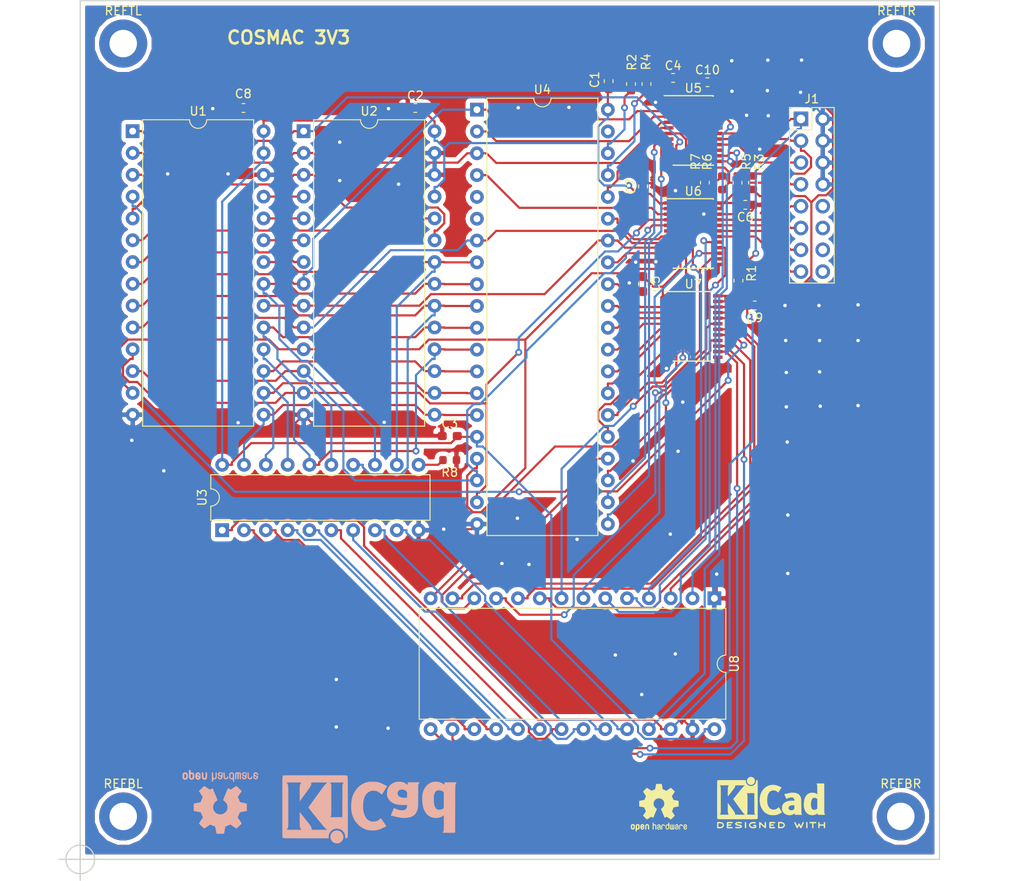
<source format=kicad_pcb>
(kicad_pcb (version 20171130) (host pcbnew 5.0.0+dfsg1-2)
  (layers (0 F.Cu signal) (31 B.Cu signal) (34 B.Paste user) (35 F.Paste user) (36 B.SilkS user) (37 F.SilkS user) (38 B.Mask user) (39 F.Mask user) (44 Edge.Cuts user))
  (net 0 "")
  (net 1 "Net-(J1-Pad1)")
  (net 2 "Net-(J1-Pad3)")
  (net 3 "Net-(J1-Pad5)")
  (net 4 "Net-(J1-Pad7)")
  (net 5 +3V3)
  (net 6 +5V)
  (net 7 "Net-(R2-Pad2)")
  (net 8 "Net-(R4-Pad2)")
  (net 9 "Net-(U1-Pad15)")
  (net 10 CLR)
  (net 11 "Net-(U1-Pad16)")
  (net 12 "Net-(U1-Pad3)")
  (net 13 "Net-(U1-Pad17)")
  (net 14 "Net-(U1-Pad4)")
  (net 15 "Net-(U1-Pad18)")
  (net 16 "Net-(U1-Pad19)")
  (net 17 "Net-(U1-Pad6)")
  (net 18 "Net-(U1-Pad20)")
  (net 19 "Net-(U1-Pad7)")
  (net 20 "Net-(U1-Pad21)")
  (net 21 CLK)
  (net 22 "Net-(U1-Pad22)")
  (net 23 TBA)
  (net 24 "Net-(U1-Pad23)")
  (net 25 MRD)
  (net 26 "Net-(U1-Pad24)")
  (net 27 "Net-(U1-Pad25)")
  (net 28 GND)
  (net 29 DB0)
  (net 30 DB1)
  (net 31 DB2)
  (net 32 DB3)
  (net 33 DB4)
  (net 34 DB5)
  (net 35 DB6)
  (net 36 DB7)
  (net 37 EF4)
  (net 38 WAIT)
  (net 39 EF3)
  (net 40 EF2)
  (net 41 Q)
  (net 42 "Net-(U4-Pad25)")
  (net 43 "Net-(U4-Pad26)")
  (net 44 "Net-(U4-Pad27)")
  (net 45 "Net-(U4-Pad28)")
  (net 46 "Net-(U4-Pad29)")
  (net 47 "Net-(U4-Pad30)")
  (net 48 "Net-(U4-Pad31)")
  (net 49 "Net-(U4-Pad32)")
  (net 50 "Net-(U4-Pad35)")
  (net 51 INT)
  (net 52 "Net-(U4-Pad39)")
  (net 53 "Net-(U5-Pad21)")
  (net 54 "Net-(U5-Pad20)")
  (net 55 "Net-(U5-Pad19)")
  (net 56 "Net-(U6-Pad14)")
  (net 57 "Net-(U6-Pad15)")
  (net 58 "Net-(U6-Pad16)")
  (net 59 "Net-(U6-Pad17)")
  (net 60 "Net-(U7-Pad14)")
  (net 61 "Net-(U7-Pad15)")
  (net 62 "Net-(U7-Pad16)")
  (net 63 "Net-(U7-Pad17)")
  (net 64 "Net-(U7-Pad18)")
  (net 65 "Net-(U7-Pad19)")
  (net 66 "Net-(U7-Pad20)")
  (net 67 "Net-(U7-Pad21)")
  (net 68 "Net-(R8-Pad2)")
  (net 69 MDU)
  (net 70 N0)
  (net 71 N1)
  (net 72 N2)
  (net 73 "Net-(U4-Pad5)")
  (net 74 "Net-(U4-Pad6)")
  (net 75 "Net-(U4-Pad33)")
  (net 76 CE)
  (net 77 "Net-(J1-Pad13)")
  (net 78 "Net-(J1-Pad14)")
  (net 79 "Net-(J1-Pad15)")
  (net 80 "Net-(J1-Pad16)")
  (net 81 "Net-(J1-Pad9)")
  (net 82 "Net-(J1-Pad10)")
  (net 83 "Net-(J1-Pad11)")
  (net 84 "Net-(J1-Pad12)")
  (module Symbol:KiCad-Logo_8mm_SilkScreen (layer B.Cu) (at 73.65 154.2)
    (fp_text reference REF** hide)
    (fp_text value KiCad-Logo_8mm_SilkScreen hide)
  )
  (module Capacitor_SMD:C_0603_1608Metric_Pad1.05x0.95mm_HandSolder (layer F.Cu) (at 83 110.7)
    (fp_text reference C3 (at 0 -1.43) (layer F.SilkS))
    (fp_text value 0.1u)
    (pad 2 smd roundrect (at 0.875 0) (size 1.05 0.95) (layers F.Cu F.Paste F.Mask) (net 6 +5V))
    (pad 1 smd roundrect (at -0.875 0) (size 1.05 0.95) (layers F.Cu F.Paste F.Mask) (net 28 GND))
  )
  (module Resistor_SMD:R_0603_1608Metric (layer F.Cu) (at 116.6 92.6 90)
    (fp_text reference R1 (at 0.85 1.525 90) (layer F.SilkS))
    (fp_text value 10k)
    (pad 1 smd roundrect (at -0.7875 0 90) (size 0.875 0.95) (layers F.Cu F.Paste F.Mask) (net 5 +3V3))
    (pad 2 smd roundrect (at 0.7875 0 90) (size 0.875 0.95) (layers F.Cu F.Paste F.Mask) (net 1 "Net-(J1-Pad1)"))
  )
  (module Resistor_SMD:R_0603_1608Metric (layer F.Cu) (at 104.1 69.7 270)
    (fp_text reference R2 (at -2.525 -0.1 270) (layer F.SilkS))
    (fp_text value 10k)
    (pad 1 smd roundrect (at -0.7875 0 270) (size 0.875 0.95) (layers F.Cu F.Paste F.Mask) (net 6 +5V))
    (pad 2 smd roundrect (at 0.7875 0 270) (size 0.875 0.95) (layers F.Cu F.Paste F.Mask) (net 7 "Net-(R2-Pad2)"))
  )
  (module Resistor_SMD:R_0603_1608Metric (layer F.Cu) (at 118.3 81.2 90)
    (fp_text reference R3 (at 2.425 0.725 90) (layer F.SilkS))
    (fp_text value 10k)
    (pad 2 smd roundrect (at 0.7875 0 90) (size 0.875 0.95) (layers F.Cu F.Paste F.Mask) (net 2 "Net-(J1-Pad3)"))
    (pad 1 smd roundrect (at -0.7875 0 90) (size 0.875 0.95) (layers F.Cu F.Paste F.Mask) (net 5 +3V3))
  )
  (module Resistor_SMD:R_0603_1608Metric (layer F.Cu) (at 105.9 69.7 270)
    (fp_text reference R4 (at -2.575 0.05 270) (layer F.SilkS))
    (fp_text value 10k)
    (pad 2 smd roundrect (at 0.7875 0 270) (size 0.875 0.95) (layers F.Cu F.Paste F.Mask) (net 8 "Net-(R4-Pad2)"))
    (pad 1 smd roundrect (at -0.7875 0 270) (size 0.875 0.95) (layers F.Cu F.Paste F.Mask) (net 6 +5V))
  )
  (module Resistor_SMD:R_0603_1608Metric (layer F.Cu) (at 116.5 81.2 90)
    (fp_text reference R5 (at 2.45 1 90) (layer F.SilkS))
    (fp_text value 10k)
    (pad 1 smd roundrect (at -0.7875 0 90) (size 0.875 0.95) (layers F.Cu F.Paste F.Mask) (net 5 +3V3))
    (pad 2 smd roundrect (at 0.7875 0 90) (size 0.875 0.95) (layers F.Cu F.Paste F.Mask) (net 3 "Net-(J1-Pad5)"))
  )
  (module Resistor_SMD:R_0603_1608Metric (layer F.Cu) (at 114.7 81.2125 270)
    (fp_text reference R6 (at -2.4375 1.725 270) (layer F.SilkS))
    (fp_text value 10k)
    (pad 2 smd roundrect (at 0.7875 0 270) (size 0.875 0.95) (layers F.Cu F.Paste F.Mask) (net 4 "Net-(J1-Pad7)"))
    (pad 1 smd roundrect (at -0.7875 0 270) (size 0.875 0.95) (layers F.Cu F.Paste F.Mask) (net 5 +3V3))
  )
  (module Resistor_SMD:R_0603_1608Metric (layer F.Cu) (at 112.7 81.1875 90)
    (fp_text reference R7 (at 2.4375 -1.075 90) (layer F.SilkS))
    (fp_text value 10k)
    (pad 1 smd roundrect (at -0.7875 0 90) (size 0.875 0.95) (layers F.Cu F.Paste F.Mask) (net 5 +3V3))
    (pad 2 smd roundrect (at 0.7875 0 90) (size 0.875 0.95) (layers F.Cu F.Paste F.Mask) (net 3 "Net-(J1-Pad5)"))
  )
  (module Package_DIP:DIP-28_W15.24mm (layer F.Cu) (at 46.1 75.2)
    (fp_text reference U1 (at 7.62 -2.33) (layer F.SilkS))
    (fp_text value CDP1855)
    (pad 1 thru_hole rect (at 0 0) (size 1.6 1.6) (drill 0.8) (layers *.Cu *.Mask) (net 69 MDU))
    (pad 15 thru_hole oval (at 15.24 33.02) (size 1.6 1.6) (drill 0.8) (layers *.Cu *.Mask) (net 9 "Net-(U1-Pad15)"))
    (pad 2 thru_hole oval (at 0 2.54) (size 1.6 1.6) (drill 0.8) (layers *.Cu *.Mask) (net 10 CLR))
    (pad 16 thru_hole oval (at 15.24 30.48) (size 1.6 1.6) (drill 0.8) (layers *.Cu *.Mask) (net 11 "Net-(U1-Pad16)"))
    (pad 3 thru_hole oval (at 0 5.08) (size 1.6 1.6) (drill 0.8) (layers *.Cu *.Mask) (net 12 "Net-(U1-Pad3)"))
    (pad 17 thru_hole oval (at 15.24 27.94) (size 1.6 1.6) (drill 0.8) (layers *.Cu *.Mask) (net 13 "Net-(U1-Pad17)"))
    (pad 4 thru_hole oval (at 0 7.62) (size 1.6 1.6) (drill 0.8) (layers *.Cu *.Mask) (net 14 "Net-(U1-Pad4)"))
    (pad 18 thru_hole oval (at 15.24 25.4) (size 1.6 1.6) (drill 0.8) (layers *.Cu *.Mask) (net 15 "Net-(U1-Pad18)"))
    (pad 5 thru_hole oval (at 0 10.16) (size 1.6 1.6) (drill 0.8) (layers *.Cu *.Mask) (net 12 "Net-(U1-Pad3)"))
    (pad 19 thru_hole oval (at 15.24 22.86) (size 1.6 1.6) (drill 0.8) (layers *.Cu *.Mask) (net 16 "Net-(U1-Pad19)"))
    (pad 6 thru_hole oval (at 0 12.7) (size 1.6 1.6) (drill 0.8) (layers *.Cu *.Mask) (net 17 "Net-(U1-Pad6)"))
    (pad 20 thru_hole oval (at 15.24 20.32) (size 1.6 1.6) (drill 0.8) (layers *.Cu *.Mask) (net 18 "Net-(U1-Pad20)"))
    (pad 7 thru_hole oval (at 0 15.24) (size 1.6 1.6) (drill 0.8) (layers *.Cu *.Mask) (net 19 "Net-(U1-Pad7)"))
    (pad 21 thru_hole oval (at 15.24 17.78) (size 1.6 1.6) (drill 0.8) (layers *.Cu *.Mask) (net 20 "Net-(U1-Pad21)"))
    (pad 8 thru_hole oval (at 0 17.78) (size 1.6 1.6) (drill 0.8) (layers *.Cu *.Mask) (net 21 CLK))
    (pad 22 thru_hole oval (at 15.24 15.24) (size 1.6 1.6) (drill 0.8) (layers *.Cu *.Mask) (net 22 "Net-(U1-Pad22)"))
    (pad 9 thru_hole oval (at 0 20.32) (size 1.6 1.6) (drill 0.8) (layers *.Cu *.Mask) (net 23 TBA))
    (pad 23 thru_hole oval (at 15.24 12.7) (size 1.6 1.6) (drill 0.8) (layers *.Cu *.Mask) (net 24 "Net-(U1-Pad23)"))
    (pad 10 thru_hole oval (at 0 22.86) (size 1.6 1.6) (drill 0.8) (layers *.Cu *.Mask) (net 25 MRD))
    (pad 24 thru_hole oval (at 15.24 10.16) (size 1.6 1.6) (drill 0.8) (layers *.Cu *.Mask) (net 26 "Net-(U1-Pad24)"))
    (pad 11 thru_hole oval (at 0 25.4) (size 1.6 1.6) (drill 0.8) (layers *.Cu *.Mask) (net 70 N0))
    (pad 25 thru_hole oval (at 15.24 7.62) (size 1.6 1.6) (drill 0.8) (layers *.Cu *.Mask) (net 27 "Net-(U1-Pad25)"))
    (pad 12 thru_hole oval (at 0 27.94) (size 1.6 1.6) (drill 0.8) (layers *.Cu *.Mask) (net 71 N1))
    (pad 26 thru_hole oval (at 15.24 5.08) (size 1.6 1.6) (drill 0.8) (layers *.Cu *.Mask) (net 28 GND))
    (pad 13 thru_hole oval (at 0 30.48) (size 1.6 1.6) (drill 0.8) (layers *.Cu *.Mask) (net 72 N2))
    (pad 27 thru_hole oval (at 15.24 2.54) (size 1.6 1.6) (drill 0.8) (layers *.Cu *.Mask) (net 6 +5V))
    (pad 14 thru_hole oval (at 0 33.02) (size 1.6 1.6) (drill 0.8) (layers *.Cu *.Mask) (net 28 GND))
    (pad 28 thru_hole oval (at 15.24 0) (size 1.6 1.6) (drill 0.8) (layers *.Cu *.Mask) (net 6 +5V))
  )
  (module Package_DIP:DIP-28_W15.24mm (layer F.Cu) (at 66 75.2)
    (fp_text reference U2 (at 7.62 -2.33) (layer F.SilkS))
    (fp_text value CDP1855)
    (pad 28 thru_hole oval (at 15.24 0) (size 1.6 1.6) (drill 0.8) (layers *.Cu *.Mask) (net 6 +5V))
    (pad 14 thru_hole oval (at 0 33.02) (size 1.6 1.6) (drill 0.8) (layers *.Cu *.Mask) (net 28 GND))
    (pad 27 thru_hole oval (at 15.24 2.54) (size 1.6 1.6) (drill 0.8) (layers *.Cu *.Mask) (net 28 GND))
    (pad 13 thru_hole oval (at 0 30.48) (size 1.6 1.6) (drill 0.8) (layers *.Cu *.Mask) (net 70 N0))
    (pad 26 thru_hole oval (at 15.24 5.08) (size 1.6 1.6) (drill 0.8) (layers *.Cu *.Mask) (net 28 GND))
    (pad 12 thru_hole oval (at 0 27.94) (size 1.6 1.6) (drill 0.8) (layers *.Cu *.Mask) (net 71 N1))
    (pad 25 thru_hole oval (at 15.24 7.62) (size 1.6 1.6) (drill 0.8) (layers *.Cu *.Mask) (net 6 +5V))
    (pad 11 thru_hole oval (at 0 25.4) (size 1.6 1.6) (drill 0.8) (layers *.Cu *.Mask) (net 72 N2))
    (pad 24 thru_hole oval (at 15.24 10.16) (size 1.6 1.6) (drill 0.8) (layers *.Cu *.Mask) (net 17 "Net-(U1-Pad6)"))
    (pad 10 thru_hole oval (at 0 22.86) (size 1.6 1.6) (drill 0.8) (layers *.Cu *.Mask) (net 25 MRD))
    (pad 23 thru_hole oval (at 15.24 12.7) (size 1.6 1.6) (drill 0.8) (layers *.Cu *.Mask) (net 12 "Net-(U1-Pad3)"))
    (pad 9 thru_hole oval (at 0 20.32) (size 1.6 1.6) (drill 0.8) (layers *.Cu *.Mask) (net 23 TBA))
    (pad 22 thru_hole oval (at 15.24 15.24) (size 1.6 1.6) (drill 0.8) (layers *.Cu *.Mask) (net 22 "Net-(U1-Pad22)"))
    (pad 8 thru_hole oval (at 0 17.78) (size 1.6 1.6) (drill 0.8) (layers *.Cu *.Mask) (net 21 CLK))
    (pad 21 thru_hole oval (at 15.24 17.78) (size 1.6 1.6) (drill 0.8) (layers *.Cu *.Mask) (net 20 "Net-(U1-Pad21)"))
    (pad 7 thru_hole oval (at 0 15.24) (size 1.6 1.6) (drill 0.8) (layers *.Cu *.Mask) (net 19 "Net-(U1-Pad7)"))
    (pad 20 thru_hole oval (at 15.24 20.32) (size 1.6 1.6) (drill 0.8) (layers *.Cu *.Mask) (net 18 "Net-(U1-Pad20)"))
    (pad 6 thru_hole oval (at 0 12.7) (size 1.6 1.6) (drill 0.8) (layers *.Cu *.Mask) (net 24 "Net-(U1-Pad23)"))
    (pad 19 thru_hole oval (at 15.24 22.86) (size 1.6 1.6) (drill 0.8) (layers *.Cu *.Mask) (net 16 "Net-(U1-Pad19)"))
    (pad 5 thru_hole oval (at 0 10.16) (size 1.6 1.6) (drill 0.8) (layers *.Cu *.Mask) (net 26 "Net-(U1-Pad24)"))
    (pad 18 thru_hole oval (at 15.24 25.4) (size 1.6 1.6) (drill 0.8) (layers *.Cu *.Mask) (net 15 "Net-(U1-Pad18)"))
    (pad 4 thru_hole oval (at 0 7.62) (size 1.6 1.6) (drill 0.8) (layers *.Cu *.Mask) (net 27 "Net-(U1-Pad25)"))
    (pad 17 thru_hole oval (at 15.24 27.94) (size 1.6 1.6) (drill 0.8) (layers *.Cu *.Mask) (net 13 "Net-(U1-Pad17)"))
    (pad 3 thru_hole oval (at 0 5.08) (size 1.6 1.6) (drill 0.8) (layers *.Cu *.Mask) (net 12 "Net-(U1-Pad3)"))
    (pad 16 thru_hole oval (at 15.24 30.48) (size 1.6 1.6) (drill 0.8) (layers *.Cu *.Mask) (net 11 "Net-(U1-Pad16)"))
    (pad 2 thru_hole oval (at 0 2.54) (size 1.6 1.6) (drill 0.8) (layers *.Cu *.Mask) (net 10 CLR))
    (pad 15 thru_hole oval (at 15.24 33.02) (size 1.6 1.6) (drill 0.8) (layers *.Cu *.Mask) (net 9 "Net-(U1-Pad15)"))
    (pad 1 thru_hole rect (at 0 0) (size 1.6 1.6) (drill 0.8) (layers *.Cu *.Mask) (net 69 MDU))
  )
  (module Package_DIP:DIP-20_W7.62mm (layer F.Cu) (at 56.52 121.67 90)
    (fp_text reference U3 (at 3.81 -2.33 90) (layer F.SilkS))
    (fp_text value FXMA108-BO)
    (pad 1 thru_hole rect (at 0 0 90) (size 1.6 1.6) (drill 0.8) (layers *.Cu *.Mask) (net 5 +3V3))
    (pad 11 thru_hole oval (at 7.62 22.86 90) (size 1.6 1.6) (drill 0.8) (layers *.Cu *.Mask) (net 68 "Net-(R8-Pad2)"))
    (pad 2 thru_hole oval (at 0 2.54 90) (size 1.6 1.6) (drill 0.8) (layers *.Cu *.Mask) (net 29 DB0))
    (pad 12 thru_hole oval (at 7.62 20.32 90) (size 1.6 1.6) (drill 0.8) (layers *.Cu *.Mask) (net 22 "Net-(U1-Pad22)"))
    (pad 3 thru_hole oval (at 0 5.08 90) (size 1.6 1.6) (drill 0.8) (layers *.Cu *.Mask) (net 30 DB1))
    (pad 13 thru_hole oval (at 7.62 17.78 90) (size 1.6 1.6) (drill 0.8) (layers *.Cu *.Mask) (net 20 "Net-(U1-Pad21)"))
    (pad 4 thru_hole oval (at 0 7.62 90) (size 1.6 1.6) (drill 0.8) (layers *.Cu *.Mask) (net 31 DB2))
    (pad 14 thru_hole oval (at 7.62 15.24 90) (size 1.6 1.6) (drill 0.8) (layers *.Cu *.Mask) (net 18 "Net-(U1-Pad20)"))
    (pad 5 thru_hole oval (at 0 10.16 90) (size 1.6 1.6) (drill 0.8) (layers *.Cu *.Mask) (net 32 DB3))
    (pad 15 thru_hole oval (at 7.62 12.7 90) (size 1.6 1.6) (drill 0.8) (layers *.Cu *.Mask) (net 16 "Net-(U1-Pad19)"))
    (pad 6 thru_hole oval (at 0 12.7 90) (size 1.6 1.6) (drill 0.8) (layers *.Cu *.Mask) (net 33 DB4))
    (pad 16 thru_hole oval (at 7.62 10.16 90) (size 1.6 1.6) (drill 0.8) (layers *.Cu *.Mask) (net 15 "Net-(U1-Pad18)"))
    (pad 7 thru_hole oval (at 0 15.24 90) (size 1.6 1.6) (drill 0.8) (layers *.Cu *.Mask) (net 34 DB5))
    (pad 17 thru_hole oval (at 7.62 7.62 90) (size 1.6 1.6) (drill 0.8) (layers *.Cu *.Mask) (net 13 "Net-(U1-Pad17)"))
    (pad 8 thru_hole oval (at 0 17.78 90) (size 1.6 1.6) (drill 0.8) (layers *.Cu *.Mask) (net 35 DB6))
    (pad 18 thru_hole oval (at 7.62 5.08 90) (size 1.6 1.6) (drill 0.8) (layers *.Cu *.Mask) (net 11 "Net-(U1-Pad16)"))
    (pad 9 thru_hole oval (at 0 20.32 90) (size 1.6 1.6) (drill 0.8) (layers *.Cu *.Mask) (net 36 DB7))
    (pad 19 thru_hole oval (at 7.62 2.54 90) (size 1.6 1.6) (drill 0.8) (layers *.Cu *.Mask) (net 9 "Net-(U1-Pad15)"))
    (pad 10 thru_hole oval (at 0 22.86 90) (size 1.6 1.6) (drill 0.8) (layers *.Cu *.Mask) (net 28 GND))
    (pad 20 thru_hole oval (at 7.62 0 90) (size 1.6 1.6) (drill 0.8) (layers *.Cu *.Mask) (net 6 +5V))
  )
  (module Package_DIP:DIP-40_W15.24mm (layer F.Cu) (at 86.165 72.695)
    (fp_text reference U4 (at 7.62 -2.33) (layer F.SilkS))
    (fp_text value CDP1802)
    (pad 1 thru_hole rect (at 0 0) (size 1.6 1.6) (drill 0.8) (layers *.Cu *.Mask) (net 21 CLK))
    (pad 21 thru_hole oval (at 15.24 48.26) (size 1.6 1.6) (drill 0.8) (layers *.Cu *.Mask) (net 37 EF4))
    (pad 2 thru_hole oval (at 0 2.54) (size 1.6 1.6) (drill 0.8) (layers *.Cu *.Mask) (net 38 WAIT))
    (pad 22 thru_hole oval (at 15.24 45.72) (size 1.6 1.6) (drill 0.8) (layers *.Cu *.Mask) (net 39 EF3))
    (pad 3 thru_hole oval (at 0 5.08) (size 1.6 1.6) (drill 0.8) (layers *.Cu *.Mask) (net 10 CLR))
    (pad 23 thru_hole oval (at 15.24 43.18) (size 1.6 1.6) (drill 0.8) (layers *.Cu *.Mask) (net 40 EF2))
    (pad 4 thru_hole oval (at 0 7.62) (size 1.6 1.6) (drill 0.8) (layers *.Cu *.Mask) (net 41 Q))
    (pad 24 thru_hole oval (at 15.24 40.64) (size 1.6 1.6) (drill 0.8) (layers *.Cu *.Mask) (net 14 "Net-(U1-Pad4)"))
    (pad 5 thru_hole oval (at 0 10.16) (size 1.6 1.6) (drill 0.8) (layers *.Cu *.Mask) (net 73 "Net-(U4-Pad5)"))
    (pad 25 thru_hole oval (at 15.24 38.1) (size 1.6 1.6) (drill 0.8) (layers *.Cu *.Mask) (net 42 "Net-(U4-Pad25)"))
    (pad 6 thru_hole oval (at 0 12.7) (size 1.6 1.6) (drill 0.8) (layers *.Cu *.Mask) (net 74 "Net-(U4-Pad6)"))
    (pad 26 thru_hole oval (at 15.24 35.56) (size 1.6 1.6) (drill 0.8) (layers *.Cu *.Mask) (net 43 "Net-(U4-Pad26)"))
    (pad 7 thru_hole oval (at 0 15.24) (size 1.6 1.6) (drill 0.8) (layers *.Cu *.Mask) (net 25 MRD))
    (pad 27 thru_hole oval (at 15.24 33.02) (size 1.6 1.6) (drill 0.8) (layers *.Cu *.Mask) (net 44 "Net-(U4-Pad27)"))
    (pad 8 thru_hole oval (at 0 17.78) (size 1.6 1.6) (drill 0.8) (layers *.Cu *.Mask) (net 22 "Net-(U1-Pad22)"))
    (pad 28 thru_hole oval (at 15.24 30.48) (size 1.6 1.6) (drill 0.8) (layers *.Cu *.Mask) (net 45 "Net-(U4-Pad28)"))
    (pad 9 thru_hole oval (at 0 20.32) (size 1.6 1.6) (drill 0.8) (layers *.Cu *.Mask) (net 20 "Net-(U1-Pad21)"))
    (pad 29 thru_hole oval (at 15.24 27.94) (size 1.6 1.6) (drill 0.8) (layers *.Cu *.Mask) (net 46 "Net-(U4-Pad29)"))
    (pad 10 thru_hole oval (at 0 22.86) (size 1.6 1.6) (drill 0.8) (layers *.Cu *.Mask) (net 18 "Net-(U1-Pad20)"))
    (pad 30 thru_hole oval (at 15.24 25.4) (size 1.6 1.6) (drill 0.8) (layers *.Cu *.Mask) (net 47 "Net-(U4-Pad30)"))
    (pad 11 thru_hole oval (at 0 25.4) (size 1.6 1.6) (drill 0.8) (layers *.Cu *.Mask) (net 16 "Net-(U1-Pad19)"))
    (pad 31 thru_hole oval (at 15.24 22.86) (size 1.6 1.6) (drill 0.8) (layers *.Cu *.Mask) (net 48 "Net-(U4-Pad31)"))
    (pad 12 thru_hole oval (at 0 27.94) (size 1.6 1.6) (drill 0.8) (layers *.Cu *.Mask) (net 15 "Net-(U1-Pad18)"))
    (pad 32 thru_hole oval (at 15.24 20.32) (size 1.6 1.6) (drill 0.8) (layers *.Cu *.Mask) (net 49 "Net-(U4-Pad32)"))
    (pad 13 thru_hole oval (at 0 30.48) (size 1.6 1.6) (drill 0.8) (layers *.Cu *.Mask) (net 13 "Net-(U1-Pad17)"))
    (pad 33 thru_hole oval (at 15.24 17.78) (size 1.6 1.6) (drill 0.8) (layers *.Cu *.Mask) (net 75 "Net-(U4-Pad33)"))
    (pad 14 thru_hole oval (at 0 33.02) (size 1.6 1.6) (drill 0.8) (layers *.Cu *.Mask) (net 11 "Net-(U1-Pad16)"))
    (pad 34 thru_hole oval (at 15.24 15.24) (size 1.6 1.6) (drill 0.8) (layers *.Cu *.Mask) (net 23 TBA))
    (pad 15 thru_hole oval (at 0 35.56) (size 1.6 1.6) (drill 0.8) (layers *.Cu *.Mask) (net 9 "Net-(U1-Pad15)"))
    (pad 35 thru_hole oval (at 15.24 12.7) (size 1.6 1.6) (drill 0.8) (layers *.Cu *.Mask) (net 50 "Net-(U4-Pad35)"))
    (pad 16 thru_hole oval (at 0 38.1) (size 1.6 1.6) (drill 0.8) (layers *.Cu *.Mask) (net 6 +5V))
    (pad 36 thru_hole oval (at 15.24 10.16) (size 1.6 1.6) (drill 0.8) (layers *.Cu *.Mask) (net 51 INT))
    (pad 17 thru_hole oval (at 0 40.64) (size 1.6 1.6) (drill 0.8) (layers *.Cu *.Mask) (net 72 N2))
    (pad 37 thru_hole oval (at 15.24 7.62) (size 1.6 1.6) (drill 0.8) (layers *.Cu *.Mask) (net 8 "Net-(R4-Pad2)"))
    (pad 18 thru_hole oval (at 0 43.18) (size 1.6 1.6) (drill 0.8) (layers *.Cu *.Mask) (net 71 N1))
    (pad 38 thru_hole oval (at 15.24 5.08) (size 1.6 1.6) (drill 0.8) (layers *.Cu *.Mask) (net 7 "Net-(R2-Pad2)"))
    (pad 19 thru_hole oval (at 0 45.72) (size 1.6 1.6) (drill 0.8) (layers *.Cu *.Mask) (net 70 N0))
    (pad 39 thru_hole oval (at 15.24 2.54) (size 1.6 1.6) (drill 0.8) (layers *.Cu *.Mask) (net 52 "Net-(U4-Pad39)"))
    (pad 20 thru_hole oval (at 0 48.26) (size 1.6 1.6) (drill 0.8) (layers *.Cu *.Mask) (net 28 GND))
    (pad 40 thru_hole oval (at 15.24 0) (size 1.6 1.6) (drill 0.8) (layers *.Cu *.Mask) (net 6 +5V))
  )
  (module Package_SO:TSSOP-24_4.4x7.8mm_P0.65mm (layer F.Cu) (at 111.35 75.14)
    (fp_text reference U5 (at 0 -4.95) (layer F.SilkS))
    (fp_text value 74LVC8T245PW)
    (pad 24 smd rect (at 2.85 -3.575) (size 1.1 0.4) (layers F.Cu F.Paste F.Mask) (net 5 +3V3))
    (pad 23 smd rect (at 2.85 -2.925) (size 1.1 0.4) (layers F.Cu F.Paste F.Mask) (net 5 +3V3))
    (pad 22 smd rect (at 2.85 -2.275) (size 1.1 0.4) (layers F.Cu F.Paste F.Mask) (net 28 GND))
    (pad 21 smd rect (at 2.85 -1.625) (size 1.1 0.4) (layers F.Cu F.Paste F.Mask) (net 53 "Net-(U5-Pad21)"))
    (pad 20 smd rect (at 2.85 -0.975) (size 1.1 0.4) (layers F.Cu F.Paste F.Mask) (net 54 "Net-(U5-Pad20)"))
    (pad 19 smd rect (at 2.85 -0.325) (size 1.1 0.4) (layers F.Cu F.Paste F.Mask) (net 55 "Net-(U5-Pad19)"))
    (pad 18 smd rect (at 2.85 0.325) (size 1.1 0.4) (layers F.Cu F.Paste F.Mask) (net 1 "Net-(J1-Pad1)"))
    (pad 17 smd rect (at 2.85 0.975) (size 1.1 0.4) (layers F.Cu F.Paste F.Mask) (net 2 "Net-(J1-Pad3)"))
    (pad 16 smd rect (at 2.85 1.625) (size 1.1 0.4) (layers F.Cu F.Paste F.Mask) (net 3 "Net-(J1-Pad5)"))
    (pad 15 smd rect (at 2.85 2.275) (size 1.1 0.4) (layers F.Cu F.Paste F.Mask) (net 4 "Net-(J1-Pad7)"))
    (pad 14 smd rect (at 2.85 2.925) (size 1.1 0.4) (layers F.Cu F.Paste F.Mask) (net 76 CE))
    (pad 13 smd rect (at 2.85 3.575) (size 1.1 0.4) (layers F.Cu F.Paste F.Mask) (net 28 GND))
    (pad 12 smd rect (at -2.85 3.575) (size 1.1 0.4) (layers F.Cu F.Paste F.Mask) (net 28 GND))
    (pad 11 smd rect (at -2.85 2.925) (size 1.1 0.4) (layers F.Cu F.Paste F.Mask) (net 28 GND))
    (pad 10 smd rect (at -2.85 2.275) (size 1.1 0.4) (layers F.Cu F.Paste F.Mask) (net 69 MDU))
    (pad 9 smd rect (at -2.85 1.625) (size 1.1 0.4) (layers F.Cu F.Paste F.Mask) (net 37 EF4))
    (pad 8 smd rect (at -2.85 0.975) (size 1.1 0.4) (layers F.Cu F.Paste F.Mask) (net 39 EF3))
    (pad 7 smd rect (at -2.85 0.325) (size 1.1 0.4) (layers F.Cu F.Paste F.Mask) (net 40 EF2))
    (pad 6 smd rect (at -2.85 -0.325) (size 1.1 0.4) (layers F.Cu F.Paste F.Mask) (net 51 INT))
    (pad 5 smd rect (at -2.85 -0.975) (size 1.1 0.4) (layers F.Cu F.Paste F.Mask) (net 10 CLR))
    (pad 4 smd rect (at -2.85 -1.625) (size 1.1 0.4) (layers F.Cu F.Paste F.Mask) (net 38 WAIT))
    (pad 3 smd rect (at -2.85 -2.275) (size 1.1 0.4) (layers F.Cu F.Paste F.Mask) (net 21 CLK))
    (pad 2 smd rect (at -2.85 -2.925) (size 1.1 0.4) (layers F.Cu F.Paste F.Mask) (net 28 GND))
    (pad 1 smd rect (at -2.85 -3.575) (size 1.1 0.4) (layers F.Cu F.Paste F.Mask) (net 6 +5V))
  )
  (module Package_SO:TSSOP-24_4.4x7.8mm_P0.65mm (layer F.Cu) (at 111.35 87.14)
    (fp_text reference U6 (at 0 -4.95) (layer F.SilkS))
    (fp_text value 74LVC8T245PW)
    (pad 1 smd rect (at -2.85 -3.575) (size 1.1 0.4) (layers F.Cu F.Paste F.Mask) (net 6 +5V))
    (pad 2 smd rect (at -2.85 -2.925) (size 1.1 0.4) (layers F.Cu F.Paste F.Mask) (net 6 +5V))
    (pad 3 smd rect (at -2.85 -2.275) (size 1.1 0.4) (layers F.Cu F.Paste F.Mask) (net 41 Q))
    (pad 4 smd rect (at -2.85 -1.625) (size 1.1 0.4) (layers F.Cu F.Paste F.Mask) (net 70 N0))
    (pad 5 smd rect (at -2.85 -0.975) (size 1.1 0.4) (layers F.Cu F.Paste F.Mask) (net 71 N1))
    (pad 6 smd rect (at -2.85 -0.325) (size 1.1 0.4) (layers F.Cu F.Paste F.Mask) (net 72 N2))
    (pad 7 smd rect (at -2.85 0.325) (size 1.1 0.4) (layers F.Cu F.Paste F.Mask) (net 50 "Net-(U4-Pad35)"))
    (pad 8 smd rect (at -2.85 0.975) (size 1.1 0.4) (layers F.Cu F.Paste F.Mask) (net 25 MRD))
    (pad 9 smd rect (at -2.85 1.625) (size 1.1 0.4) (layers F.Cu F.Paste F.Mask) (net 23 TBA))
    (pad 10 smd rect (at -2.85 2.275) (size 1.1 0.4) (layers F.Cu F.Paste F.Mask) (net 75 "Net-(U4-Pad33)"))
    (pad 11 smd rect (at -2.85 2.925) (size 1.1 0.4) (layers F.Cu F.Paste F.Mask) (net 28 GND))
    (pad 12 smd rect (at -2.85 3.575) (size 1.1 0.4) (layers F.Cu F.Paste F.Mask) (net 28 GND))
    (pad 13 smd rect (at 2.85 3.575) (size 1.1 0.4) (layers F.Cu F.Paste F.Mask) (net 28 GND))
    (pad 14 smd rect (at 2.85 2.925) (size 1.1 0.4) (layers F.Cu F.Paste F.Mask) (net 56 "Net-(U6-Pad14)"))
    (pad 15 smd rect (at 2.85 2.275) (size 1.1 0.4) (layers F.Cu F.Paste F.Mask) (net 57 "Net-(U6-Pad15)"))
    (pad 16 smd rect (at 2.85 1.625) (size 1.1 0.4) (layers F.Cu F.Paste F.Mask) (net 58 "Net-(U6-Pad16)"))
    (pad 17 smd rect (at 2.85 0.975) (size 1.1 0.4) (layers F.Cu F.Paste F.Mask) (net 59 "Net-(U6-Pad17)"))
    (pad 18 smd rect (at 2.85 0.325) (size 1.1 0.4) (layers F.Cu F.Paste F.Mask) (net 79 "Net-(J1-Pad15)"))
    (pad 19 smd rect (at 2.85 -0.325) (size 1.1 0.4) (layers F.Cu F.Paste F.Mask) (net 77 "Net-(J1-Pad13)"))
    (pad 20 smd rect (at 2.85 -0.975) (size 1.1 0.4) (layers F.Cu F.Paste F.Mask) (net 83 "Net-(J1-Pad11)"))
    (pad 21 smd rect (at 2.85 -1.625) (size 1.1 0.4) (layers F.Cu F.Paste F.Mask) (net 81 "Net-(J1-Pad9)"))
    (pad 22 smd rect (at 2.85 -2.275) (size 1.1 0.4) (layers F.Cu F.Paste F.Mask) (net 28 GND))
    (pad 23 smd rect (at 2.85 -2.925) (size 1.1 0.4) (layers F.Cu F.Paste F.Mask) (net 5 +3V3))
    (pad 24 smd rect (at 2.85 -3.575) (size 1.1 0.4) (layers F.Cu F.Paste F.Mask) (net 5 +3V3))
  )
  (module Package_SO:TSSOP-24_4.4x7.8mm_P0.65mm (layer F.Cu) (at 111.35 97.95)
    (fp_text reference U7 (at 0 -4.95) (layer F.SilkS))
    (fp_text value 74LVC8T245PW)
    (pad 1 smd rect (at -2.85 -3.575) (size 1.1 0.4) (layers F.Cu F.Paste F.Mask) (net 6 +5V))
    (pad 2 smd rect (at -2.85 -2.925) (size 1.1 0.4) (layers F.Cu F.Paste F.Mask) (net 6 +5V))
    (pad 3 smd rect (at -2.85 -2.275) (size 1.1 0.4) (layers F.Cu F.Paste F.Mask) (net 49 "Net-(U4-Pad32)"))
    (pad 4 smd rect (at -2.85 -1.625) (size 1.1 0.4) (layers F.Cu F.Paste F.Mask) (net 48 "Net-(U4-Pad31)"))
    (pad 5 smd rect (at -2.85 -0.975) (size 1.1 0.4) (layers F.Cu F.Paste F.Mask) (net 47 "Net-(U4-Pad30)"))
    (pad 6 smd rect (at -2.85 -0.325) (size 1.1 0.4) (layers F.Cu F.Paste F.Mask) (net 46 "Net-(U4-Pad29)"))
    (pad 7 smd rect (at -2.85 0.325) (size 1.1 0.4) (layers F.Cu F.Paste F.Mask) (net 45 "Net-(U4-Pad28)"))
    (pad 8 smd rect (at -2.85 0.975) (size 1.1 0.4) (layers F.Cu F.Paste F.Mask) (net 44 "Net-(U4-Pad27)"))
    (pad 9 smd rect (at -2.85 1.625) (size 1.1 0.4) (layers F.Cu F.Paste F.Mask) (net 43 "Net-(U4-Pad26)"))
    (pad 10 smd rect (at -2.85 2.275) (size 1.1 0.4) (layers F.Cu F.Paste F.Mask) (net 42 "Net-(U4-Pad25)"))
    (pad 11 smd rect (at -2.85 2.925) (size 1.1 0.4) (layers F.Cu F.Paste F.Mask) (net 28 GND))
    (pad 12 smd rect (at -2.85 3.575) (size 1.1 0.4) (layers F.Cu F.Paste F.Mask) (net 28 GND))
    (pad 13 smd rect (at 2.85 3.575) (size 1.1 0.4) (layers F.Cu F.Paste F.Mask) (net 28 GND))
    (pad 14 smd rect (at 2.85 2.925) (size 1.1 0.4) (layers F.Cu F.Paste F.Mask) (net 60 "Net-(U7-Pad14)"))
    (pad 15 smd rect (at 2.85 2.275) (size 1.1 0.4) (layers F.Cu F.Paste F.Mask) (net 61 "Net-(U7-Pad15)"))
    (pad 16 smd rect (at 2.85 1.625) (size 1.1 0.4) (layers F.Cu F.Paste F.Mask) (net 62 "Net-(U7-Pad16)"))
    (pad 17 smd rect (at 2.85 0.975) (size 1.1 0.4) (layers F.Cu F.Paste F.Mask) (net 63 "Net-(U7-Pad17)"))
    (pad 18 smd rect (at 2.85 0.325) (size 1.1 0.4) (layers F.Cu F.Paste F.Mask) (net 64 "Net-(U7-Pad18)"))
    (pad 19 smd rect (at 2.85 -0.325) (size 1.1 0.4) (layers F.Cu F.Paste F.Mask) (net 65 "Net-(U7-Pad19)"))
    (pad 20 smd rect (at 2.85 -0.975) (size 1.1 0.4) (layers F.Cu F.Paste F.Mask) (net 66 "Net-(U7-Pad20)"))
    (pad 21 smd rect (at 2.85 -1.625) (size 1.1 0.4) (layers F.Cu F.Paste F.Mask) (net 67 "Net-(U7-Pad21)"))
    (pad 22 smd rect (at 2.85 -2.275) (size 1.1 0.4) (layers F.Cu F.Paste F.Mask) (net 28 GND))
    (pad 23 smd rect (at 2.85 -2.925) (size 1.1 0.4) (layers F.Cu F.Paste F.Mask) (net 5 +3V3))
    (pad 24 smd rect (at 2.85 -3.575) (size 1.1 0.4) (layers F.Cu F.Paste F.Mask) (net 5 +3V3))
  )
  (module Package_DIP:DIP-28_W15.24mm (layer F.Cu) (at 113.8 129.6 270)
    (fp_text reference U8 (at 7.62 -2.33 270) (layer F.SilkS))
    (fp_text value TinyFPGA-BX)
    (pad 1 thru_hole rect (at 0 0 270) (size 1.6 1.6) (drill 0.8) (layers *.Cu *.Mask) (net 28 GND))
    (pad 15 thru_hole oval (at 15.24 33.02 270) (size 1.6 1.6) (drill 0.8) (layers *.Cu *.Mask) (net 61 "Net-(U7-Pad15)"))
    (pad 2 thru_hole oval (at 0 2.54 270) (size 1.6 1.6) (drill 0.8) (layers *.Cu *.Mask) (net 53 "Net-(U5-Pad21)"))
    (pad 16 thru_hole oval (at 15.24 30.48 270) (size 1.6 1.6) (drill 0.8) (layers *.Cu *.Mask) (net 60 "Net-(U7-Pad14)"))
    (pad 3 thru_hole oval (at 0 5.08 270) (size 1.6 1.6) (drill 0.8) (layers *.Cu *.Mask) (net 54 "Net-(U5-Pad20)"))
    (pad 17 thru_hole oval (at 15.24 27.94 270) (size 1.6 1.6) (drill 0.8) (layers *.Cu *.Mask) (net 29 DB0))
    (pad 4 thru_hole oval (at 0 7.62 270) (size 1.6 1.6) (drill 0.8) (layers *.Cu *.Mask) (net 55 "Net-(U5-Pad19)"))
    (pad 18 thru_hole oval (at 15.24 25.4 270) (size 1.6 1.6) (drill 0.8) (layers *.Cu *.Mask) (net 30 DB1))
    (pad 5 thru_hole oval (at 0 10.16 270) (size 1.6 1.6) (drill 0.8) (layers *.Cu *.Mask) (net 59 "Net-(U6-Pad17)"))
    (pad 19 thru_hole oval (at 15.24 22.86 270) (size 1.6 1.6) (drill 0.8) (layers *.Cu *.Mask) (net 31 DB2))
    (pad 6 thru_hole oval (at 0 12.7 270) (size 1.6 1.6) (drill 0.8) (layers *.Cu *.Mask) (net 58 "Net-(U6-Pad16)"))
    (pad 20 thru_hole oval (at 15.24 20.32 270) (size 1.6 1.6) (drill 0.8) (layers *.Cu *.Mask) (net 32 DB3))
    (pad 7 thru_hole oval (at 0 15.24 270) (size 1.6 1.6) (drill 0.8) (layers *.Cu *.Mask) (net 57 "Net-(U6-Pad15)"))
    (pad 21 thru_hole oval (at 15.24 17.78 270) (size 1.6 1.6) (drill 0.8) (layers *.Cu *.Mask) (net 33 DB4))
    (pad 8 thru_hole oval (at 0 17.78 270) (size 1.6 1.6) (drill 0.8) (layers *.Cu *.Mask) (net 56 "Net-(U6-Pad14)"))
    (pad 22 thru_hole oval (at 15.24 15.24 270) (size 1.6 1.6) (drill 0.8) (layers *.Cu *.Mask) (net 34 DB5))
    (pad 9 thru_hole oval (at 0 20.32 270) (size 1.6 1.6) (drill 0.8) (layers *.Cu *.Mask) (net 67 "Net-(U7-Pad21)"))
    (pad 23 thru_hole oval (at 15.24 12.7 270) (size 1.6 1.6) (drill 0.8) (layers *.Cu *.Mask) (net 35 DB6))
    (pad 10 thru_hole oval (at 0 22.86 270) (size 1.6 1.6) (drill 0.8) (layers *.Cu *.Mask) (net 66 "Net-(U7-Pad20)"))
    (pad 24 thru_hole oval (at 15.24 10.16 270) (size 1.6 1.6) (drill 0.8) (layers *.Cu *.Mask) (net 36 DB7))
    (pad 11 thru_hole oval (at 0 25.4 270) (size 1.6 1.6) (drill 0.8) (layers *.Cu *.Mask) (net 65 "Net-(U7-Pad19)"))
    (pad 25 thru_hole oval (at 15.24 7.62 270) (size 1.6 1.6) (drill 0.8) (layers *.Cu *.Mask) (net 76 CE))
    (pad 12 thru_hole oval (at 0 27.94 270) (size 1.6 1.6) (drill 0.8) (layers *.Cu *.Mask) (net 64 "Net-(U7-Pad18)"))
    (pad 26 thru_hole oval (at 15.24 5.08 270) (size 1.6 1.6) (drill 0.8) (layers *.Cu *.Mask) (net 5 +3V3))
    (pad 13 thru_hole oval (at 0 30.48 270) (size 1.6 1.6) (drill 0.8) (layers *.Cu *.Mask) (net 63 "Net-(U7-Pad17)"))
    (pad 27 thru_hole oval (at 15.24 2.54 270) (size 1.6 1.6) (drill 0.8) (layers *.Cu *.Mask) (net 28 GND))
    (pad 14 thru_hole oval (at 0 33.02 270) (size 1.6 1.6) (drill 0.8) (layers *.Cu *.Mask) (net 62 "Net-(U7-Pad16)"))
    (pad 28 thru_hole oval (at 15.24 0 270) (size 1.6 1.6) (drill 0.8) (layers *.Cu *.Mask) (net 6 +5V))
  )
  (module MountingHole:MountingHole_3.2mm_M3_DIN965_Pad (layer F.Cu) (at 45 65)
    (fp_text reference REFTL (at 0 -3.8) (layer F.SilkS))
    (fp_text value MountingHole_3.2mm_M3_DIN965_Pad)
    (pad 1 thru_hole circle (at 0 0) (size 5.6 5.6) (drill 3.2) (layers *.Cu *.Mask))
  )
  (module MountingHole:MountingHole_3.2mm_M3_DIN965_Pad (layer F.Cu) (at 135 65)
    (fp_text reference REFTR (at 0 -3.8) (layer F.SilkS))
    (fp_text value MountingHole_3.2mm_M3_DIN965_Pad)
    (pad 1 thru_hole circle (at 0 0) (size 5.6 5.6) (drill 3.2) (layers *.Cu *.Mask))
  )
  (module MountingHole:MountingHole_3.2mm_M3_DIN965_Pad (layer F.Cu) (at 45 155)
    (fp_text reference REFBL (at 0 -3.8) (layer F.SilkS))
    (fp_text value MountingHole_3.2mm_M3_DIN965_Pad)
    (pad 1 thru_hole circle (at 0 0) (size 5.6 5.6) (drill 3.2) (layers *.Cu *.Mask))
  )
  (module MountingHole:MountingHole_3.2mm_M3_DIN965_Pad (layer F.Cu) (at 135.5 155)
    (fp_text reference REFBR (at 0 -3.8) (layer F.SilkS))
    (fp_text value MountingHole_3.2mm_M3_DIN965_Pad)
    (pad 1 thru_hole circle (at 0 0) (size 5.6 5.6) (drill 3.2) (layers *.Cu *.Mask))
  )
  (module Capacitor_SMD:C_0603_1608Metric_Pad1.05x0.95mm_HandSolder (layer F.Cu) (at 101.5 69.375 270)
    (fp_text reference C1 (at -0.175 1.625 270) (layer F.SilkS))
    (fp_text value 0.1u)
    (pad 1 smd roundrect (at -0.875 0 270) (size 1.05 0.95) (layers F.Cu F.Paste F.Mask) (net 28 GND))
    (pad 2 smd roundrect (at 0.875 0 270) (size 1.05 0.95) (layers F.Cu F.Paste F.Mask) (net 6 +5V))
  )
  (module Capacitor_SMD:C_0603_1608Metric_Pad1.05x0.95mm_HandSolder (layer F.Cu) (at 79 72.5)
    (fp_text reference C2 (at 0 -1.43) (layer F.SilkS))
    (fp_text value 0.1u)
    (pad 2 smd roundrect (at 0.875 0) (size 1.05 0.95) (layers F.Cu F.Paste F.Mask) (net 6 +5V))
    (pad 1 smd roundrect (at -0.875 0) (size 1.05 0.95) (layers F.Cu F.Paste F.Mask) (net 28 GND))
  )
  (module Capacitor_SMD:C_0603_1608Metric_Pad1.05x0.95mm_HandSolder (layer F.Cu) (at 109 69)
    (fp_text reference C4 (at 0 -1.43) (layer F.SilkS))
    (fp_text value 0.1u)
    (pad 1 smd roundrect (at -0.875 0) (size 1.05 0.95) (layers F.Cu F.Paste F.Mask) (net 6 +5V))
    (pad 2 smd roundrect (at 0.875 0) (size 1.05 0.95) (layers F.Cu F.Paste F.Mask) (net 28 GND))
  )
  (module Capacitor_SMD:C_0603_1608Metric_Pad1.05x0.95mm_HandSolder (layer F.Cu) (at 105.5 93 270)
    (fp_text reference C5 (at 0 -1.43 270) (layer F.SilkS))
    (fp_text value 0.1u)
    (pad 1 smd roundrect (at -0.875 0 270) (size 1.05 0.95) (layers F.Cu F.Paste F.Mask) (net 6 +5V))
    (pad 2 smd roundrect (at 0.875 0 270) (size 1.05 0.95) (layers F.Cu F.Paste F.Mask) (net 28 GND))
  )
  (module Capacitor_SMD:C_0603_1608Metric_Pad1.05x0.95mm_HandSolder (layer F.Cu) (at 117.4 83.775 180)
    (fp_text reference C6 (at 0 -1.43 180) (layer F.SilkS))
    (fp_text value 0.1u)
    (pad 2 smd roundrect (at 0.875 0 180) (size 1.05 0.95) (layers F.Cu F.Paste F.Mask) (net 5 +3V3))
    (pad 1 smd roundrect (at -0.875 0 180) (size 1.05 0.95) (layers F.Cu F.Paste F.Mask) (net 28 GND))
  )
  (module Capacitor_SMD:C_0603_1608Metric_Pad1.05x0.95mm_HandSolder (layer F.Cu) (at 105.5 81.625 90)
    (fp_text reference C7 (at 0 -1.43 90) (layer F.SilkS))
    (fp_text value 0.1u)
    (pad 1 smd roundrect (at -0.875 0 90) (size 1.05 0.95) (layers F.Cu F.Paste F.Mask) (net 6 +5V))
    (pad 2 smd roundrect (at 0.875 0 90) (size 1.05 0.95) (layers F.Cu F.Paste F.Mask) (net 28 GND))
  )
  (module Capacitor_SMD:C_0603_1608Metric_Pad1.05x0.95mm_HandSolder (layer F.Cu) (at 59 72.5 180)
    (fp_text reference C8 (at 0.025 1.65 180) (layer F.SilkS))
    (fp_text value 0.1u)
    (pad 2 smd roundrect (at 0.875 0 180) (size 1.05 0.95) (layers F.Cu F.Paste F.Mask) (net 28 GND))
    (pad 1 smd roundrect (at -0.875 0 180) (size 1.05 0.95) (layers F.Cu F.Paste F.Mask) (net 6 +5V))
  )
  (module Capacitor_SMD:C_0603_1608Metric_Pad1.05x0.95mm_HandSolder (layer F.Cu) (at 118.5 95.5 180)
    (fp_text reference C9 (at 0 -1.43 180) (layer F.SilkS))
    (fp_text value 0.1u)
    (pad 1 smd roundrect (at -0.875 0 180) (size 1.05 0.95) (layers F.Cu F.Paste F.Mask) (net 28 GND))
    (pad 2 smd roundrect (at 0.875 0 180) (size 1.05 0.95) (layers F.Cu F.Paste F.Mask) (net 5 +3V3))
  )
  (module Capacitor_SMD:C_0603_1608Metric_Pad1.05x0.95mm_HandSolder (layer F.Cu) (at 113 69.5)
    (fp_text reference C10 (at 0 -1.43) (layer F.SilkS))
    (fp_text value 0.1u)
    (pad 2 smd roundrect (at 0.875 0) (size 1.05 0.95) (layers F.Cu F.Paste F.Mask) (net 5 +3V3))
    (pad 1 smd roundrect (at -0.875 0) (size 1.05 0.95) (layers F.Cu F.Paste F.Mask) (net 28 GND))
  )
  (module Resistor_SMD:R_0603_1608Metric (layer F.Cu) (at 83 113.5 180)
    (fp_text reference R8 (at 0 -1.43 180) (layer F.SilkS))
    (fp_text value 0)
    (pad 1 smd roundrect (at -0.7875 0 180) (size 0.875 0.95) (layers F.Cu F.Paste F.Mask) (net 28 GND))
    (pad 2 smd roundrect (at 0.7875 0 180) (size 0.875 0.95) (layers F.Cu F.Paste F.Mask) (net 68 "Net-(R8-Pad2)"))
  )
  (module Connector_PinHeader_2.54mm:PinHeader_2x08_P2.54mm_Vertical (layer F.Cu) (at 123.875 73.775)
    (fp_text reference J1 (at 1.27 -2.33) (layer F.SilkS))
    (fp_text value Conn_02x08_Odd_Even)
    (pad 1 thru_hole rect (at 0 0) (size 1.7 1.7) (drill 1) (layers *.Cu *.Mask) (net 1 "Net-(J1-Pad1)"))
    (pad 2 thru_hole oval (at 2.54 0) (size 1.7 1.7) (drill 1) (layers *.Cu *.Mask) (net 28 GND))
    (pad 3 thru_hole oval (at 0 2.54) (size 1.7 1.7) (drill 1) (layers *.Cu *.Mask) (net 2 "Net-(J1-Pad3)"))
    (pad 4 thru_hole oval (at 2.54 2.54) (size 1.7 1.7) (drill 1) (layers *.Cu *.Mask) (net 28 GND))
    (pad 5 thru_hole oval (at 0 5.08) (size 1.7 1.7) (drill 1) (layers *.Cu *.Mask) (net 3 "Net-(J1-Pad5)"))
    (pad 6 thru_hole oval (at 2.54 5.08) (size 1.7 1.7) (drill 1) (layers *.Cu *.Mask) (net 28 GND))
    (pad 7 thru_hole oval (at 0 7.62) (size 1.7 1.7) (drill 1) (layers *.Cu *.Mask) (net 4 "Net-(J1-Pad7)"))
    (pad 8 thru_hole oval (at 2.54 7.62) (size 1.7 1.7) (drill 1) (layers *.Cu *.Mask) (net 28 GND))
    (pad 9 thru_hole oval (at 0 10.16) (size 1.7 1.7) (drill 1) (layers *.Cu *.Mask) (net 81 "Net-(J1-Pad9)"))
    (pad 10 thru_hole oval (at 2.54 10.16) (size 1.7 1.7) (drill 1) (layers *.Cu *.Mask) (net 82 "Net-(J1-Pad10)"))
    (pad 11 thru_hole oval (at 0 12.7) (size 1.7 1.7) (drill 1) (layers *.Cu *.Mask) (net 83 "Net-(J1-Pad11)"))
    (pad 12 thru_hole oval (at 2.54 12.7) (size 1.7 1.7) (drill 1) (layers *.Cu *.Mask) (net 84 "Net-(J1-Pad12)"))
    (pad 13 thru_hole oval (at 0 15.24) (size 1.7 1.7) (drill 1) (layers *.Cu *.Mask) (net 77 "Net-(J1-Pad13)"))
    (pad 14 thru_hole oval (at 2.54 15.24) (size 1.7 1.7) (drill 1) (layers *.Cu *.Mask) (net 78 "Net-(J1-Pad14)"))
    (pad 15 thru_hole oval (at 0 17.78) (size 1.7 1.7) (drill 1) (layers *.Cu *.Mask) (net 79 "Net-(J1-Pad15)"))
    (pad 16 thru_hole oval (at 2.54 17.78) (size 1.7 1.7) (drill 1) (layers *.Cu *.Mask) (net 80 "Net-(J1-Pad16)"))
  )
  (module Symbol:OSHW-Logo2_9.8x8mm_SilkScreen (layer B.Cu) (at 56.3 153.3)
    (fp_text reference REF** hide)
    (fp_text value OSHW-Logo2_9.8x8mm_SilkScreen hide)
  )
  (module Symbol:KiCad-Logo2_6mm_SilkScreen (layer F.Cu) (at 120.4 153.375)
    (fp_text reference REF** hide)
    (fp_text value KiCad-Logo2_6mm_SilkScreen hide)
  )
  (module Symbol:OSHW-Logo2_7.3x6mm_SilkScreen (layer F.Cu) (at 107.35 153.975)
    (fp_text reference REF** hide)
    (fp_text value OSHW-Logo2_7.3x6mm_SilkScreen hide)
  )
  (gr_text "COSMAC 3V3" (at 64.25 64.3) (layer F.SilkS) (effects (font (size 1.5 1.5) (thickness 0.3))))
  (target plus (at 40 160) (size 5) (width 0.15) (layer Edge.Cuts))
  (gr_line (start 40 60) (end 40 70) (layer Edge.Cuts) (width 0.15))
  (gr_line (start 140 60) (end 40 60) (layer Edge.Cuts) (width 0.15))
  (gr_line (start 140 160) (end 140 60) (layer Edge.Cuts) (width 0.15))
  (gr_line (start 40 160) (end 140 160) (layer Edge.Cuts) (width 0.15))
  (gr_line (start 40 70) (end 40 160) (layer Edge.Cuts) (width 0.15))
  (segment (start 123.875 73.775) (end 123.875 74.9503) (width 0.25) (layer B.Cu) (net 1))
  (segment (start 118.6159 89.4296) (end 116.6 91.4455) (width 0.25) (layer F.Cu) (net 1))
  (segment (start 116.6 91.4455) (end 116.6 91.8125) (width 0.25) (layer F.Cu) (net 1))
  (segment (start 123.875 74.9503) (end 123.5077 74.9503) (width 0.25) (layer B.Cu) (net 1))
  (segment (start 123.5077 74.9503) (end 118.6159 79.8421) (width 0.25) (layer B.Cu) (net 1))
  (segment (start 118.6159 79.8421) (end 118.6159 89.4296) (width 0.25) (layer B.Cu) (net 1))
  (segment (start 123.875 73.775) (end 122.6997 73.775) (width 0.25) (layer F.Cu) (net 1))
  (segment (start 122.6997 73.775) (end 121.0097 75.465) (width 0.25) (layer F.Cu) (net 1))
  (segment (start 121.0097 75.465) (end 114.2 75.465) (width 0.25) (layer F.Cu) (net 1))
  (via (at 118.6159 89.4296) (size 0.8) (layers F.Cu B.Cu) (net 1))
  (segment (start 123.875 76.315) (end 122.6997 76.315) (width 0.25) (layer F.Cu) (net 2))
  (segment (start 122.6997 76.315) (end 122.4997 76.115) (width 0.25) (layer F.Cu) (net 2))
  (segment (start 122.4997 76.115) (end 114.2 76.115) (width 0.25) (layer F.Cu) (net 2))
  (segment (start 123.875 76.3899) (end 123.875 76.315) (width 0.25) (layer F.Cu) (net 2))
  (segment (start 123.875 76.3899) (end 123.875 77.4903) (width 0.25) (layer F.Cu) (net 2))
  (segment (start 123.875 77.4903) (end 124.2423 77.4903) (width 0.25) (layer F.Cu) (net 2))
  (segment (start 124.2423 77.4903) (end 125.0504 78.2984) (width 0.25) (layer F.Cu) (net 2))
  (segment (start 125.0504 78.2984) (end 125.0504 79.3806) (width 0.25) (layer F.Cu) (net 2))
  (segment (start 125.0504 79.3806) (end 124.2784 80.1526) (width 0.25) (layer F.Cu) (net 2))
  (segment (start 124.2784 80.1526) (end 118.5599 80.1526) (width 0.25) (layer F.Cu) (net 2))
  (segment (start 118.5599 80.1526) (end 118.3 80.4125) (width 0.25) (layer F.Cu) (net 2))
  (segment (start 117.735 79.1775) (end 116.5 80.4125) (width 0.25) (layer F.Cu) (net 3))
  (segment (start 123.875 78.855) (end 118.0575 78.855) (width 0.25) (layer F.Cu) (net 3))
  (segment (start 118.0575 78.855) (end 117.735 79.1775) (width 0.25) (layer F.Cu) (net 3))
  (segment (start 114.2 76.765) (end 113.3247 76.765) (width 0.25) (layer F.Cu) (net 3))
  (segment (start 112.7 80.4) (end 112.7 77.3897) (width 0.25) (layer F.Cu) (net 3))
  (segment (start 112.7 77.3897) (end 113.3247 76.765) (width 0.25) (layer F.Cu) (net 3))
  (segment (start 118.0575 78.2825) (end 118.0575 78.855) (width 0.25) (layer F.Cu) (net 3))
  (segment (start 114.2 76.765) (end 116.54 76.765) (width 0.25) (layer F.Cu) (net 3))
  (segment (start 116.54 76.765) (end 118.0575 78.2825) (width 0.25) (layer F.Cu) (net 3))
  (segment (start 115.5238 81.2) (end 115.5 81.2) (width 0.25) (layer F.Cu) (net 4))
  (segment (start 115.5 81.2) (end 114.7 82) (width 0.25) (layer F.Cu) (net 4))
  (segment (start 122.6997 81.395) (end 122.5047 81.2) (width 0.25) (layer F.Cu) (net 4))
  (segment (start 122.5047 81.2) (end 115.5238 81.2) (width 0.25) (layer F.Cu) (net 4))
  (segment (start 113.3247 77.415) (end 113.3247 79.0543) (width 0.25) (layer F.Cu) (net 4))
  (segment (start 113.3247 79.0543) (end 113.7156 79.4452) (width 0.25) (layer F.Cu) (net 4))
  (segment (start 113.7156 79.4452) (end 114.978 79.4452) (width 0.25) (layer F.Cu) (net 4))
  (segment (start 114.978 79.4452) (end 115.5238 79.991) (width 0.25) (layer F.Cu) (net 4))
  (segment (start 115.5238 79.991) (end 115.5238 81.2) (width 0.25) (layer F.Cu) (net 4))
  (segment (start 114.2 77.415) (end 113.3247 77.415) (width 0.25) (layer F.Cu) (net 4))
  (segment (start 123.875 81.395) (end 122.6997 81.395) (width 0.25) (layer F.Cu) (net 4))
  (segment (start 114.6377 71.565) (end 113.875 70.8023) (width 0.25) (layer F.Cu) (net 5))
  (segment (start 113.875 70.8023) (end 113.875 69.5) (width 0.25) (layer F.Cu) (net 5))
  (segment (start 114.6377 71.565) (end 115.0753 71.565) (width 0.25) (layer F.Cu) (net 5))
  (segment (start 114.2 71.565) (end 114.6377 71.565) (width 0.25) (layer F.Cu) (net 5))
  (segment (start 115.0753 72.215) (end 126.5436 72.215) (width 0.25) (layer F.Cu) (net 5))
  (segment (start 126.5436 72.215) (end 127.6148 73.2862) (width 0.25) (layer F.Cu) (net 5))
  (segment (start 127.6148 73.2862) (end 127.6148 81.861) (width 0.25) (layer F.Cu) (net 5))
  (segment (start 127.6148 81.861) (end 126.8108 82.665) (width 0.25) (layer F.Cu) (net 5))
  (segment (start 126.8108 82.665) (end 125.9108 82.665) (width 0.25) (layer F.Cu) (net 5))
  (segment (start 125.9108 82.665) (end 125.0903 83.4855) (width 0.25) (layer F.Cu) (net 5))
  (segment (start 114.2548 72.215) (end 115.0753 72.215) (width 0.25) (layer F.Cu) (net 5))
  (segment (start 115.0753 72.215) (end 115.0753 71.565) (width 0.25) (layer F.Cu) (net 5))
  (segment (start 114.2 72.215) (end 114.2548 72.215) (width 0.25) (layer F.Cu) (net 5))
  (segment (start 116.0912 93.9662) (end 117.625 95.5) (width 0.25) (layer F.Cu) (net 5))
  (segment (start 116.6 93.3875) (end 123.7741 93.3875) (width 0.25) (layer F.Cu) (net 5))
  (segment (start 123.7741 93.3875) (end 125.0903 92.0713) (width 0.25) (layer F.Cu) (net 5))
  (segment (start 125.0903 92.0713) (end 125.0903 83.4855) (width 0.25) (layer F.Cu) (net 5))
  (segment (start 116.0912 93.9662) (end 116.0912 93.8963) (width 0.25) (layer F.Cu) (net 5))
  (segment (start 116.0912 93.8963) (end 116.6 93.3875) (width 0.25) (layer F.Cu) (net 5))
  (segment (start 125.0903 83.4855) (end 124.3644 82.7596) (width 0.25) (layer F.Cu) (net 5))
  (segment (start 124.3644 82.7596) (end 119.0721 82.7596) (width 0.25) (layer F.Cu) (net 5))
  (segment (start 119.0721 82.7596) (end 118.9063 82.5937) (width 0.25) (layer F.Cu) (net 5))
  (segment (start 118.9063 82.5937) (end 118.3 81.9875) (width 0.25) (layer F.Cu) (net 5))
  (segment (start 115.0753 94.375) (end 115.6824 94.375) (width 0.25) (layer F.Cu) (net 5))
  (segment (start 115.6824 94.375) (end 116.0912 93.9662) (width 0.25) (layer F.Cu) (net 5))
  (segment (start 115.0753 95.025) (end 115.0753 94.375) (width 0.25) (layer F.Cu) (net 5))
  (segment (start 114.2 94.375) (end 115.0753 94.375) (width 0.25) (layer F.Cu) (net 5))
  (segment (start 116.5 81.9875) (end 114.9225 83.565) (width 0.25) (layer F.Cu) (net 5))
  (segment (start 114.9225 83.565) (end 114.6377 83.565) (width 0.25) (layer F.Cu) (net 5))
  (segment (start 118.3 81.9875) (end 116.5 81.9875) (width 0.25) (layer F.Cu) (net 5))
  (segment (start 114.2 95.025) (end 115.0753 95.025) (width 0.25) (layer F.Cu) (net 5))
  (segment (start 114.2 83.565) (end 114.6377 83.565) (width 0.25) (layer F.Cu) (net 5))
  (segment (start 114.2 84.215) (end 114.6377 84.215) (width 0.25) (layer F.Cu) (net 5))
  (segment (start 114.6377 83.565) (end 114.6377 84.215) (width 0.25) (layer F.Cu) (net 5))
  (segment (start 113.2902 81.975) (end 113.2902 83.5305) (width 0.25) (layer F.Cu) (net 5))
  (segment (start 113.2902 83.5305) (end 113.3247 83.565) (width 0.25) (layer F.Cu) (net 5))
  (segment (start 114.7 80.425) (end 113.2902 81.8348) (width 0.25) (layer F.Cu) (net 5))
  (segment (start 113.2902 81.8348) (end 113.2902 81.975) (width 0.25) (layer F.Cu) (net 5))
  (segment (start 113.2902 81.975) (end 112.7 81.975) (width 0.25) (layer F.Cu) (net 5))
  (segment (start 114.2 83.565) (end 113.3247 83.565) (width 0.25) (layer F.Cu) (net 5))
  (segment (start 57.6453 121.67) (end 57.6453 121.3887) (width 0.25) (layer F.Cu) (net 5))
  (segment (start 57.6453 121.3887) (end 58.4901 120.5439) (width 0.25) (layer F.Cu) (net 5))
  (segment (start 58.4901 120.5439) (end 72.2747 120.5439) (width 0.25) (layer F.Cu) (net 5))
  (segment (start 72.2747 120.5439) (end 73.03 121.2992) (width 0.25) (layer F.Cu) (net 5))
  (segment (start 73.03 121.2992) (end 73.03 123.484) (width 0.25) (layer F.Cu) (net 5))
  (segment (start 73.03 123.484) (end 93.2607 143.7147) (width 0.25) (layer F.Cu) (net 5))
  (segment (start 93.2607 143.7147) (end 106.7508 143.7147) (width 0.25) (layer F.Cu) (net 5))
  (segment (start 106.7508 143.7147) (end 107.5947 144.5586) (width 0.25) (layer F.Cu) (net 5))
  (segment (start 107.5947 144.5586) (end 107.5947 144.84) (width 0.25) (layer F.Cu) (net 5))
  (segment (start 108.72 144.84) (end 107.5947 144.84) (width 0.25) (layer F.Cu) (net 5))
  (segment (start 56.52 121.67) (end 57.6453 121.67) (width 0.25) (layer F.Cu) (net 5))
  (via (at 117.85 96.774999) (size 0.8) (drill 0.4) (layers F.Cu B.Cu) (net 5))
  (segment (start 115.5694 113.9801) (end 118.249999 111.299501) (width 0.25) (layer B.Cu) (net 5))
  (segment (start 118.249999 111.299501) (end 118.249999 97.174998) (width 0.25) (layer B.Cu) (net 5))
  (segment (start 118.249999 97.174998) (end 117.85 96.774999) (width 0.25) (layer B.Cu) (net 5))
  (segment (start 115.5694 137.9906) (end 115.5694 113.9801) (width 0.25) (layer B.Cu) (net 5))
  (segment (start 108.72 144.84) (end 115.5694 137.9906) (width 0.25) (layer B.Cu) (net 5))
  (segment (start 117.625 96.549999) (end 117.85 96.774999) (width 0.25) (layer F.Cu) (net 5))
  (segment (start 117.625 95.5) (end 117.625 96.549999) (width 0.25) (layer F.Cu) (net 5))
  (segment (start 116.315 83.565) (end 116.525 83.775) (width 0.25) (layer F.Cu) (net 5))
  (segment (start 114.2 83.565) (end 116.315 83.565) (width 0.25) (layer F.Cu) (net 5))
  (segment (start 100.2797 76.588) (end 100.2797 74.6642) (width 0.25) (layer B.Cu) (net 6))
  (segment (start 100.2797 74.6642) (end 101.1236 73.8203) (width 0.25) (layer B.Cu) (net 6))
  (segment (start 101.1236 73.8203) (end 101.405 73.8203) (width 0.25) (layer B.Cu) (net 6))
  (segment (start 103.8397 81.5282) (end 100.9891 81.5282) (width 0.25) (layer B.Cu) (net 6))
  (segment (start 100.9891 81.5282) (end 100.2797 80.8188) (width 0.25) (layer B.Cu) (net 6))
  (segment (start 100.2797 80.8188) (end 100.2797 76.588) (width 0.25) (layer B.Cu) (net 6))
  (segment (start 100.2797 76.588) (end 82.9465 76.588) (width 0.25) (layer B.Cu) (net 6))
  (segment (start 82.9465 76.588) (end 82.3653 77.1692) (width 0.25) (layer B.Cu) (net 6))
  (segment (start 82.3653 77.1692) (end 81.5214 76.3253) (width 0.25) (layer B.Cu) (net 6))
  (segment (start 81.5214 76.3253) (end 81.24 76.3253) (width 0.25) (layer B.Cu) (net 6))
  (segment (start 81.24 81.6947) (end 81.5213 81.6947) (width 0.25) (layer B.Cu) (net 6))
  (segment (start 81.5213 81.6947) (end 82.3653 80.8507) (width 0.25) (layer B.Cu) (net 6))
  (segment (start 82.3653 80.8507) (end 82.3653 77.1692) (width 0.25) (layer B.Cu) (net 6))
  (segment (start 101.405 72.695) (end 101.405 73.8203) (width 0.25) (layer B.Cu) (net 6))
  (segment (start 105.5 82.5) (end 104.8115 82.5) (width 0.25) (layer F.Cu) (net 6))
  (segment (start 104.8115 82.5) (end 103.8397 81.5282) (width 0.25) (layer F.Cu) (net 6))
  (segment (start 107.6247 83.7991) (end 106.3256 82.5) (width 0.25) (layer F.Cu) (net 6))
  (segment (start 106.3256 82.5) (end 105.5 82.5) (width 0.25) (layer F.Cu) (net 6))
  (segment (start 79.875 72.7097) (end 79.875 72.5) (width 0.25) (layer F.Cu) (net 6))
  (segment (start 81.24 74.0747) (end 79.875 72.7097) (width 0.25) (layer F.Cu) (net 6))
  (segment (start 61.34 73.965) (end 78.6197 73.965) (width 0.25) (layer F.Cu) (net 6))
  (segment (start 78.6197 73.965) (end 79.875 72.7097) (width 0.25) (layer F.Cu) (net 6))
  (segment (start 61.34 73.965) (end 59.875 72.5) (width 0.25) (layer F.Cu) (net 6))
  (segment (start 61.34 74.1873) (end 61.34 73.965) (width 0.25) (layer F.Cu) (net 6))
  (segment (start 81.24 75.2) (end 81.24 74.0747) (width 0.25) (layer F.Cu) (net 6))
  (segment (start 107.6247 83.7991) (end 107.6247 84.215) (width 0.25) (layer F.Cu) (net 6))
  (segment (start 108.0624 83.565) (end 107.8588 83.565) (width 0.25) (layer F.Cu) (net 6))
  (segment (start 107.8588 83.565) (end 107.6247 83.7991) (width 0.25) (layer F.Cu) (net 6))
  (segment (start 107.8044 93.3038) (end 109.8501 91.2581) (width 0.25) (layer F.Cu) (net 6))
  (segment (start 109.8501 91.2581) (end 109.8501 84.6898) (width 0.25) (layer F.Cu) (net 6))
  (segment (start 109.8501 84.6898) (end 109.3753 84.215) (width 0.25) (layer F.Cu) (net 6))
  (segment (start 105.5 92.125) (end 106.6788 93.3038) (width 0.25) (layer F.Cu) (net 6))
  (segment (start 106.6788 93.3038) (end 107.8044 93.3038) (width 0.25) (layer F.Cu) (net 6))
  (segment (start 107.8044 93.3038) (end 107.8044 94.375) (width 0.25) (layer F.Cu) (net 6))
  (segment (start 108.5 84.215) (end 109.3753 84.215) (width 0.25) (layer F.Cu) (net 6))
  (segment (start 108.5 84.215) (end 107.6247 84.215) (width 0.25) (layer F.Cu) (net 6))
  (segment (start 108.5 83.565) (end 108.0624 83.565) (width 0.25) (layer F.Cu) (net 6))
  (segment (start 61.34 77.74) (end 61.34 78.8653) (width 0.25) (layer B.Cu) (net 6))
  (segment (start 61.34 78.8653) (end 61.0587 78.8653) (width 0.25) (layer B.Cu) (net 6))
  (segment (start 61.0587 78.8653) (end 56.52 83.404) (width 0.25) (layer B.Cu) (net 6))
  (segment (start 56.52 83.404) (end 56.52 114.05) (width 0.25) (layer B.Cu) (net 6))
  (segment (start 61.34 75.2) (end 61.34 77.74) (width 0.25) (layer B.Cu) (net 6))
  (segment (start 101.405 72.695) (end 101.405 70.345) (width 0.25) (layer F.Cu) (net 6))
  (segment (start 101.405 70.345) (end 101.5 70.25) (width 0.25) (layer F.Cu) (net 6))
  (segment (start 112.6747 144.84) (end 112.6747 145.1213) (width 0.25) (layer B.Cu) (net 6))
  (segment (start 112.6747 145.1213) (end 111.8296 145.9664) (width 0.25) (layer B.Cu) (net 6))
  (segment (start 111.8296 145.9664) (end 105.7147 145.9664) (width 0.25) (layer B.Cu) (net 6))
  (segment (start 105.7147 145.9664) (end 104.91 145.1617) (width 0.25) (layer B.Cu) (net 6))
  (segment (start 104.91 145.1617) (end 104.91 144.4532) (width 0.25) (layer B.Cu) (net 6))
  (segment (start 104.91 144.4532) (end 94.8239 134.3671) (width 0.25) (layer B.Cu) (net 6))
  (segment (start 94.8239 134.3671) (end 94.8239 119.9132) (width 0.25) (layer B.Cu) (net 6))
  (segment (start 94.8239 119.9132) (end 86.831 111.9203) (width 0.25) (layer B.Cu) (net 6))
  (segment (start 86.831 111.9203) (end 86.165 111.9203) (width 0.25) (layer B.Cu) (net 6))
  (segment (start 107.8044 94.375) (end 107.6247 94.5547) (width 0.25) (layer F.Cu) (net 6))
  (segment (start 107.6247 94.5547) (end 107.6247 95.025) (width 0.25) (layer F.Cu) (net 6))
  (segment (start 108.0624 94.375) (end 107.8044 94.375) (width 0.25) (layer F.Cu) (net 6))
  (segment (start 108.5 95.025) (end 107.6247 95.025) (width 0.25) (layer F.Cu) (net 6))
  (segment (start 108.5 94.375) (end 108.0624 94.375) (width 0.25) (layer F.Cu) (net 6))
  (segment (start 107.6247 69.2064) (end 107.9186 69.2064) (width 0.25) (layer F.Cu) (net 6))
  (segment (start 107.9186 69.2064) (end 108.125 69) (width 0.25) (layer F.Cu) (net 6))
  (segment (start 105.9 68.9125) (end 107.3308 68.9125) (width 0.25) (layer F.Cu) (net 6))
  (segment (start 107.3308 68.9125) (end 107.6247 69.2064) (width 0.25) (layer F.Cu) (net 6))
  (segment (start 107.6247 69.2064) (end 107.6247 71.565) (width 0.25) (layer F.Cu) (net 6))
  (segment (start 108.5 71.565) (end 107.6247 71.565) (width 0.25) (layer F.Cu) (net 6))
  (segment (start 104.1 68.9125) (end 105.9 68.9125) (width 0.25) (layer F.Cu) (net 6))
  (segment (start 83.875 110.795) (end 83.1418 111.5282) (width 0.25) (layer F.Cu) (net 6))
  (segment (start 83.1418 111.5282) (end 59.8858 111.5282) (width 0.25) (layer F.Cu) (net 6))
  (segment (start 59.8858 111.5282) (end 57.6453 113.7687) (width 0.25) (layer F.Cu) (net 6))
  (segment (start 57.6453 113.7687) (end 57.6453 114.05) (width 0.25) (layer F.Cu) (net 6))
  (segment (start 83.875 110.7) (end 83.875 110.795) (width 0.25) (layer F.Cu) (net 6))
  (segment (start 83.875 110.795) (end 85.0397 110.795) (width 0.25) (layer F.Cu) (net 6))
  (segment (start 86.165 110.795) (end 85.0397 110.795) (width 0.25) (layer F.Cu) (net 6))
  (segment (start 61.34 75.2) (end 61.34 74.1873) (width 0.25) (layer F.Cu) (net 6))
  (segment (start 86.165 110.795) (end 86.165 111.9203) (width 0.25) (layer B.Cu) (net 6))
  (segment (start 113.8 144.84) (end 112.6747 144.84) (width 0.25) (layer B.Cu) (net 6))
  (segment (start 56.52 114.05) (end 57.6453 114.05) (width 0.25) (layer F.Cu) (net 6))
  (segment (start 101.5 70.25) (end 102.8375 68.9125) (width 0.25) (layer F.Cu) (net 6))
  (segment (start 102.8375 68.9125) (end 104.1 68.9125) (width 0.25) (layer F.Cu) (net 6))
  (segment (start 81.24 75.2) (end 81.24 76.3253) (width 0.25) (layer B.Cu) (net 6))
  (segment (start 81.24 82.82) (end 81.24 81.6947) (width 0.25) (layer B.Cu) (net 6))
  (via (at 103.8397 81.5282) (size 0.8) (layers F.Cu B.Cu) (net 6))
  (segment (start 104.1 70.4875) (end 103.3459 71.2416) (width 0.25) (layer F.Cu) (net 7))
  (segment (start 103.3459 71.2416) (end 103.3459 72.4675) (width 0.25) (layer F.Cu) (net 7))
  (segment (start 101.405 77.775) (end 101.405 76.6497) (width 0.25) (layer B.Cu) (net 7))
  (segment (start 101.405 76.6497) (end 101.6863 76.6497) (width 0.25) (layer B.Cu) (net 7))
  (segment (start 101.6863 76.6497) (end 103.3459 74.9901) (width 0.25) (layer B.Cu) (net 7))
  (segment (start 103.3459 74.9901) (end 103.3459 72.4675) (width 0.25) (layer B.Cu) (net 7))
  (via (at 103.3459 72.4675) (size 0.8) (layers F.Cu B.Cu) (net 7))
  (segment (start 104.4988 71.9841) (end 104.4988 76.3772) (width 0.25) (layer B.Cu) (net 8))
  (segment (start 104.4988 76.3772) (end 101.6863 79.1897) (width 0.25) (layer B.Cu) (net 8))
  (segment (start 101.6863 79.1897) (end 101.405 79.1897) (width 0.25) (layer B.Cu) (net 8))
  (segment (start 105.9 70.4875) (end 105.9 70.5829) (width 0.25) (layer F.Cu) (net 8))
  (segment (start 105.9 70.5829) (end 104.4988 71.9841) (width 0.25) (layer F.Cu) (net 8))
  (segment (start 101.405 80.315) (end 101.405 79.1897) (width 0.25) (layer B.Cu) (net 8))
  (via (at 104.4988 71.9841) (size 0.8) (layers F.Cu B.Cu) (net 8))
  (segment (start 61.34 108.22) (end 61.34 109.3453) (width 0.25) (layer B.Cu) (net 9))
  (segment (start 61.34 109.3453) (end 59.06 111.6253) (width 0.25) (layer B.Cu) (net 9))
  (segment (start 59.06 111.6253) (end 59.06 114.05) (width 0.25) (layer B.Cu) (net 9))
  (segment (start 81.24 108.22) (end 82.3653 108.22) (width 0.25) (layer F.Cu) (net 9))
  (segment (start 86.165 108.255) (end 82.4003 108.255) (width 0.25) (layer F.Cu) (net 9))
  (segment (start 82.4003 108.255) (end 82.3653 108.22) (width 0.25) (layer F.Cu) (net 9))
  (segment (start 81.24 108.22) (end 80.1147 108.22) (width 0.25) (layer F.Cu) (net 9))
  (segment (start 61.34 108.22) (end 62.4653 108.22) (width 0.25) (layer F.Cu) (net 9))
  (segment (start 62.4653 108.22) (end 63.5906 107.0947) (width 0.25) (layer F.Cu) (net 9))
  (segment (start 63.5906 107.0947) (end 78.9894 107.0947) (width 0.25) (layer F.Cu) (net 9))
  (segment (start 78.9894 107.0947) (end 80.1147 108.22) (width 0.25) (layer F.Cu) (net 9))
  (segment (start 107.6247 74.165) (end 102.8894 78.9003) (width 0.25) (layer F.Cu) (net 10))
  (segment (start 102.8894 78.9003) (end 88.4156 78.9003) (width 0.25) (layer F.Cu) (net 10))
  (segment (start 88.4156 78.9003) (end 87.2903 77.775) (width 0.25) (layer F.Cu) (net 10))
  (segment (start 66 77.74) (end 67.1253 77.74) (width 0.25) (layer F.Cu) (net 10))
  (segment (start 86.165 77.775) (end 85.0397 77.775) (width 0.25) (layer F.Cu) (net 10))
  (segment (start 85.0397 77.775) (end 83.9494 78.8653) (width 0.25) (layer F.Cu) (net 10))
  (segment (start 83.9494 78.8653) (end 68.2506 78.8653) (width 0.25) (layer F.Cu) (net 10))
  (segment (start 68.2506 78.8653) (end 67.1253 77.74) (width 0.25) (layer F.Cu) (net 10))
  (segment (start 86.7277 77.775) (end 86.165 77.775) (width 0.25) (layer F.Cu) (net 10))
  (segment (start 46.1 77.74) (end 47.2253 77.74) (width 0.25) (layer F.Cu) (net 10))
  (segment (start 66 77.74) (end 64.8747 77.74) (width 0.25) (layer F.Cu) (net 10))
  (segment (start 64.8747 77.74) (end 63.7494 78.8653) (width 0.25) (layer F.Cu) (net 10))
  (segment (start 63.7494 78.8653) (end 48.3506 78.8653) (width 0.25) (layer F.Cu) (net 10))
  (segment (start 48.3506 78.8653) (end 47.2253 77.74) (width 0.25) (layer F.Cu) (net 10))
  (segment (start 86.7277 77.775) (end 87.2903 77.775) (width 0.25) (layer F.Cu) (net 10))
  (segment (start 108.5 74.165) (end 107.6247 74.165) (width 0.25) (layer F.Cu) (net 10))
  (segment (start 81.24 105.68) (end 82.3653 105.68) (width 0.25) (layer F.Cu) (net 11))
  (segment (start 86.165 105.715) (end 85.0397 105.715) (width 0.25) (layer F.Cu) (net 11))
  (segment (start 85.0397 105.715) (end 85.0047 105.68) (width 0.25) (layer F.Cu) (net 11))
  (segment (start 85.0047 105.68) (end 82.3653 105.68) (width 0.25) (layer F.Cu) (net 11))
  (segment (start 81.24 105.68) (end 80.1147 105.68) (width 0.25) (layer F.Cu) (net 11))
  (segment (start 61.34 105.68) (end 62.4653 105.68) (width 0.25) (layer F.Cu) (net 11))
  (segment (start 62.4653 105.68) (end 63.5906 104.5547) (width 0.25) (layer F.Cu) (net 11))
  (segment (start 63.5906 104.5547) (end 78.9894 104.5547) (width 0.25) (layer F.Cu) (net 11))
  (segment (start 78.9894 104.5547) (end 80.1147 105.68) (width 0.25) (layer F.Cu) (net 11))
  (segment (start 61.34 105.68) (end 61.34 106.8053) (width 0.25) (layer B.Cu) (net 11))
  (segment (start 61.6 114.05) (end 61.6 112.9247) (width 0.25) (layer B.Cu) (net 11))
  (segment (start 61.6 112.9247) (end 62.4653 112.0594) (width 0.25) (layer B.Cu) (net 11))
  (segment (start 62.4653 112.0594) (end 62.4653 107.6492) (width 0.25) (layer B.Cu) (net 11))
  (segment (start 62.4653 107.6492) (end 61.6214 106.8053) (width 0.25) (layer B.Cu) (net 11))
  (segment (start 61.6214 106.8053) (end 61.34 106.8053) (width 0.25) (layer B.Cu) (net 11))
  (segment (start 46.1 85.36) (end 46.1 84.2347) (width 0.25) (layer F.Cu) (net 12))
  (segment (start 48.3506 81.4053) (end 47.2253 80.28) (width 0.25) (layer F.Cu) (net 12))
  (segment (start 64.8747 80.28) (end 63.7494 81.4053) (width 0.25) (layer F.Cu) (net 12))
  (segment (start 63.7494 81.4053) (end 48.3506 81.4053) (width 0.25) (layer F.Cu) (net 12))
  (segment (start 48.3506 81.4053) (end 48.3506 82.2654) (width 0.25) (layer F.Cu) (net 12))
  (segment (start 48.3506 82.2654) (end 46.3813 84.2347) (width 0.25) (layer F.Cu) (net 12))
  (segment (start 46.3813 84.2347) (end 46.1 84.2347) (width 0.25) (layer F.Cu) (net 12))
  (segment (start 66 80.28) (end 67.1253 80.28) (width 0.25) (layer F.Cu) (net 12))
  (segment (start 81.24 87.9) (end 81.24 86.7747) (width 0.25) (layer F.Cu) (net 12))
  (segment (start 67.1253 80.28) (end 70.9353 84.09) (width 0.25) (layer F.Cu) (net 12))
  (segment (start 70.9353 84.09) (end 81.6017 84.09) (width 0.25) (layer F.Cu) (net 12))
  (segment (start 81.6017 84.09) (end 82.3653 84.8536) (width 0.25) (layer F.Cu) (net 12))
  (segment (start 82.3653 84.8536) (end 82.3653 85.9308) (width 0.25) (layer F.Cu) (net 12))
  (segment (start 82.3653 85.9308) (end 81.5214 86.7747) (width 0.25) (layer F.Cu) (net 12))
  (segment (start 81.5214 86.7747) (end 81.24 86.7747) (width 0.25) (layer F.Cu) (net 12))
  (segment (start 65.4374 80.28) (end 66 80.28) (width 0.25) (layer F.Cu) (net 12))
  (segment (start 65.4374 80.28) (end 64.8747 80.28) (width 0.25) (layer F.Cu) (net 12))
  (segment (start 46.1 80.28) (end 47.2253 80.28) (width 0.25) (layer F.Cu) (net 12))
  (segment (start 81.24 103.14) (end 82.3653 103.14) (width 0.25) (layer F.Cu) (net 13))
  (segment (start 86.165 103.175) (end 82.4003 103.175) (width 0.25) (layer F.Cu) (net 13))
  (segment (start 82.4003 103.175) (end 82.3653 103.14) (width 0.25) (layer F.Cu) (net 13))
  (segment (start 61.34 103.14) (end 62.4653 103.14) (width 0.25) (layer F.Cu) (net 13))
  (segment (start 81.24 103.14) (end 80.1147 103.14) (width 0.25) (layer F.Cu) (net 13))
  (segment (start 80.1147 103.14) (end 78.9894 102.0147) (width 0.25) (layer F.Cu) (net 13))
  (segment (start 78.9894 102.0147) (end 63.5906 102.0147) (width 0.25) (layer F.Cu) (net 13))
  (segment (start 63.5906 102.0147) (end 62.4653 103.14) (width 0.25) (layer F.Cu) (net 13))
  (segment (start 61.34 103.14) (end 61.34 104.2653) (width 0.25) (layer B.Cu) (net 13))
  (segment (start 64.14 114.05) (end 64.14 106.784) (width 0.25) (layer B.Cu) (net 13))
  (segment (start 64.14 106.784) (end 61.6213 104.2653) (width 0.25) (layer B.Cu) (net 13))
  (segment (start 61.6213 104.2653) (end 61.34 104.2653) (width 0.25) (layer B.Cu) (net 13))
  (segment (start 46.1 82.82) (end 46.1 83.9453) (width 0.25) (layer B.Cu) (net 14))
  (segment (start 101.405 113.335) (end 100.2797 113.335) (width 0.25) (layer F.Cu) (net 14))
  (segment (start 91.0787 117.1938) (end 58.013 117.1938) (width 0.25) (layer B.Cu) (net 14))
  (segment (start 58.013 117.1938) (end 47.2253 106.4061) (width 0.25) (layer B.Cu) (net 14))
  (segment (start 47.2253 106.4061) (end 47.2253 84.7892) (width 0.25) (layer B.Cu) (net 14))
  (segment (start 47.2253 84.7892) (end 46.3814 83.9453) (width 0.25) (layer B.Cu) (net 14))
  (segment (start 46.3814 83.9453) (end 46.1 83.9453) (width 0.25) (layer B.Cu) (net 14))
  (segment (start 100.2797 113.335) (end 96.4209 117.1938) (width 0.25) (layer F.Cu) (net 14))
  (segment (start 96.4209 117.1938) (end 91.0787 117.1938) (width 0.25) (layer F.Cu) (net 14))
  (via (at 91.0787 117.1938) (size 0.8) (layers F.Cu B.Cu) (net 14))
  (segment (start 81.24 100.6) (end 81.24 101.7253) (width 0.25) (layer B.Cu) (net 15))
  (segment (start 66.68 114.05) (end 67.8053 114.05) (width 0.25) (layer F.Cu) (net 15))
  (segment (start 79.0752 112.4516) (end 69.1224 112.4516) (width 0.25) (layer F.Cu) (net 15))
  (segment (start 69.1224 112.4516) (end 67.8053 113.7687) (width 0.25) (layer F.Cu) (net 15))
  (segment (start 67.8053 113.7687) (end 67.8053 114.05) (width 0.25) (layer F.Cu) (net 15))
  (segment (start 81.24 101.7253) (end 80.9587 101.7253) (width 0.25) (layer B.Cu) (net 15))
  (segment (start 80.9587 101.7253) (end 79.0752 103.6088) (width 0.25) (layer B.Cu) (net 15))
  (segment (start 79.0752 103.6088) (end 79.0752 112.4516) (width 0.25) (layer B.Cu) (net 15))
  (segment (start 81.24 100.6) (end 82.3653 100.6) (width 0.25) (layer F.Cu) (net 15))
  (segment (start 86.165 100.635) (end 82.4003 100.635) (width 0.25) (layer F.Cu) (net 15))
  (segment (start 82.4003 100.635) (end 82.3653 100.6) (width 0.25) (layer F.Cu) (net 15))
  (segment (start 61.34 100.6) (end 61.34 101.7253) (width 0.25) (layer B.Cu) (net 15))
  (segment (start 66.68 114.05) (end 66.68 112.9247) (width 0.25) (layer B.Cu) (net 15))
  (segment (start 66.68 112.9247) (end 64.8746 111.1193) (width 0.25) (layer B.Cu) (net 15))
  (segment (start 64.8746 111.1193) (end 64.8746 105.0671) (width 0.25) (layer B.Cu) (net 15))
  (segment (start 64.8746 105.0671) (end 61.5328 101.7253) (width 0.25) (layer B.Cu) (net 15))
  (segment (start 61.5328 101.7253) (end 61.34 101.7253) (width 0.25) (layer B.Cu) (net 15))
  (via (at 79.0752 112.4516) (size 0.8) (layers F.Cu B.Cu) (net 15))
  (segment (start 81.24 98.06) (end 82.3653 98.06) (width 0.25) (layer F.Cu) (net 16))
  (segment (start 86.165 98.095) (end 82.4003 98.095) (width 0.25) (layer F.Cu) (net 16))
  (segment (start 82.4003 98.095) (end 82.3653 98.06) (width 0.25) (layer F.Cu) (net 16))
  (segment (start 61.34 98.06) (end 61.34 99.1853) (width 0.25) (layer B.Cu) (net 16))
  (segment (start 61.34 99.1853) (end 61.5485 99.1853) (width 0.25) (layer B.Cu) (net 16))
  (segment (start 61.5485 99.1853) (end 62.9474 100.5842) (width 0.25) (layer B.Cu) (net 16))
  (segment (start 62.9474 100.5842) (end 62.9474 101.7151) (width 0.25) (layer B.Cu) (net 16))
  (segment (start 62.9474 101.7151) (end 65.4977 104.2654) (width 0.25) (layer B.Cu) (net 16))
  (segment (start 65.4977 104.2654) (end 66.2408 104.2654) (width 0.25) (layer B.Cu) (net 16))
  (segment (start 66.2408 104.2654) (end 69.22 107.2446) (width 0.25) (layer B.Cu) (net 16))
  (segment (start 69.22 107.2446) (end 69.22 114.05) (width 0.25) (layer B.Cu) (net 16))
  (segment (start 61.34 98.06) (end 62.4653 98.06) (width 0.25) (layer F.Cu) (net 16))
  (segment (start 81.24 98.06) (end 80.1147 98.06) (width 0.25) (layer F.Cu) (net 16))
  (segment (start 80.1147 98.06) (end 78.9894 99.1853) (width 0.25) (layer F.Cu) (net 16))
  (segment (start 78.9894 99.1853) (end 63.5906 99.1853) (width 0.25) (layer F.Cu) (net 16))
  (segment (start 63.5906 99.1853) (end 62.4653 98.06) (width 0.25) (layer F.Cu) (net 16))
  (segment (start 46.1 87.9) (end 47.2253 87.9) (width 0.25) (layer F.Cu) (net 17))
  (segment (start 81.24 85.36) (end 80.1147 85.36) (width 0.25) (layer F.Cu) (net 17))
  (segment (start 80.1147 85.36) (end 78.7 86.7747) (width 0.25) (layer F.Cu) (net 17))
  (segment (start 78.7 86.7747) (end 48.3506 86.7747) (width 0.25) (layer F.Cu) (net 17))
  (segment (start 48.3506 86.7747) (end 47.2253 87.9) (width 0.25) (layer F.Cu) (net 17))
  (segment (start 81.24 95.52) (end 82.3653 95.52) (width 0.25) (layer F.Cu) (net 18))
  (segment (start 86.165 95.555) (end 82.4003 95.555) (width 0.25) (layer F.Cu) (net 18))
  (segment (start 82.4003 95.555) (end 82.3653 95.52) (width 0.25) (layer F.Cu) (net 18))
  (segment (start 71.76 114.05) (end 72.8853 114.05) (width 0.25) (layer B.Cu) (net 18))
  (segment (start 81.24 95.52) (end 81.24 96.6453) (width 0.25) (layer B.Cu) (net 18))
  (segment (start 81.24 96.6453) (end 80.9587 96.6453) (width 0.25) (layer B.Cu) (net 18))
  (segment (start 80.9587 96.6453) (end 78.11 99.494) (width 0.25) (layer B.Cu) (net 18))
  (segment (start 78.11 99.494) (end 78.11 114.3859) (width 0.25) (layer B.Cu) (net 18))
  (segment (start 78.11 114.3859) (end 77.3206 115.1753) (width 0.25) (layer B.Cu) (net 18))
  (segment (start 77.3206 115.1753) (end 73.7292 115.1753) (width 0.25) (layer B.Cu) (net 18))
  (segment (start 73.7292 115.1753) (end 72.8853 114.3314) (width 0.25) (layer B.Cu) (net 18))
  (segment (start 72.8853 114.3314) (end 72.8853 114.05) (width 0.25) (layer B.Cu) (net 18))
  (segment (start 81.24 95.52) (end 80.1147 95.52) (width 0.25) (layer F.Cu) (net 18))
  (segment (start 80.1147 95.52) (end 78.9815 96.6532) (width 0.25) (layer F.Cu) (net 18))
  (segment (start 78.9815 96.6532) (end 65.371 96.6532) (width 0.25) (layer F.Cu) (net 18))
  (segment (start 65.371 96.6532) (end 64.2378 95.52) (width 0.25) (layer F.Cu) (net 18))
  (segment (start 64.2378 95.52) (end 61.34 95.52) (width 0.25) (layer F.Cu) (net 18))
  (segment (start 46.1 90.44) (end 47.2253 90.44) (width 0.25) (layer F.Cu) (net 19))
  (segment (start 66 90.44) (end 64.8747 90.44) (width 0.25) (layer F.Cu) (net 19))
  (segment (start 64.8747 90.44) (end 63.7494 89.3147) (width 0.25) (layer F.Cu) (net 19))
  (segment (start 63.7494 89.3147) (end 48.3506 89.3147) (width 0.25) (layer F.Cu) (net 19))
  (segment (start 48.3506 89.3147) (end 47.2253 90.44) (width 0.25) (layer F.Cu) (net 19))
  (segment (start 81.24 92.98) (end 80.1147 92.98) (width 0.25) (layer F.Cu) (net 20))
  (segment (start 81.24 92.98) (end 82.3653 92.98) (width 0.25) (layer F.Cu) (net 20))
  (segment (start 86.165 93.015) (end 82.4003 93.015) (width 0.25) (layer F.Cu) (net 20))
  (segment (start 82.4003 93.015) (end 82.3653 92.98) (width 0.25) (layer F.Cu) (net 20))
  (segment (start 80.1147 92.98) (end 78.9815 94.1132) (width 0.25) (layer F.Cu) (net 20))
  (segment (start 78.9815 94.1132) (end 65.371 94.1132) (width 0.25) (layer F.Cu) (net 20))
  (segment (start 65.371 94.1132) (end 64.2378 92.98) (width 0.25) (layer F.Cu) (net 20))
  (segment (start 64.2378 92.98) (end 61.34 92.98) (width 0.25) (layer F.Cu) (net 20))
  (segment (start 74.3 112.9247) (end 74.3 109.8307) (width 0.25) (layer B.Cu) (net 20))
  (segment (start 74.3 109.8307) (end 66.4229 101.9536) (width 0.25) (layer B.Cu) (net 20))
  (segment (start 66.4229 101.9536) (end 65.7309 101.9536) (width 0.25) (layer B.Cu) (net 20))
  (segment (start 65.7309 101.9536) (end 63.1728 99.3955) (width 0.25) (layer B.Cu) (net 20))
  (segment (start 63.1728 99.3955) (end 63.1728 95.6567) (width 0.25) (layer B.Cu) (net 20))
  (segment (start 63.1728 95.6567) (end 61.6214 94.1053) (width 0.25) (layer B.Cu) (net 20))
  (segment (start 61.6214 94.1053) (end 61.34 94.1053) (width 0.25) (layer B.Cu) (net 20))
  (segment (start 74.3 114.05) (end 74.3 112.9247) (width 0.25) (layer B.Cu) (net 20))
  (segment (start 61.34 92.98) (end 61.34 94.1053) (width 0.25) (layer B.Cu) (net 20))
  (segment (start 66 92.98) (end 66 91.8547) (width 0.25) (layer B.Cu) (net 21))
  (segment (start 86.165 72.695) (end 82.1472 72.695) (width 0.25) (layer B.Cu) (net 21))
  (segment (start 82.1472 72.695) (end 67.1253 87.7169) (width 0.25) (layer B.Cu) (net 21))
  (segment (start 67.1253 87.7169) (end 67.1253 91.0108) (width 0.25) (layer B.Cu) (net 21))
  (segment (start 67.1253 91.0108) (end 66.2814 91.8547) (width 0.25) (layer B.Cu) (net 21))
  (segment (start 66.2814 91.8547) (end 66 91.8547) (width 0.25) (layer B.Cu) (net 21))
  (segment (start 66 92.98) (end 64.8747 92.98) (width 0.25) (layer F.Cu) (net 21))
  (segment (start 46.1 92.98) (end 47.2253 92.98) (width 0.25) (layer F.Cu) (net 21))
  (segment (start 47.2253 92.98) (end 48.3506 91.8547) (width 0.25) (layer F.Cu) (net 21))
  (segment (start 48.3506 91.8547) (end 63.7494 91.8547) (width 0.25) (layer F.Cu) (net 21))
  (segment (start 63.7494 91.8547) (end 64.8747 92.98) (width 0.25) (layer F.Cu) (net 21))
  (segment (start 86.165 72.695) (end 87.2903 72.695) (width 0.25) (layer F.Cu) (net 21))
  (segment (start 108.5 72.865) (end 104.8324 72.865) (width 0.25) (layer F.Cu) (net 21))
  (segment (start 104.8324 72.865) (end 103.8771 73.8203) (width 0.25) (layer F.Cu) (net 21))
  (segment (start 103.8771 73.8203) (end 88.4156 73.8203) (width 0.25) (layer F.Cu) (net 21))
  (segment (start 88.4156 73.8203) (end 87.2903 72.695) (width 0.25) (layer F.Cu) (net 21))
  (segment (start 81.24 90.44) (end 82.3653 90.44) (width 0.25) (layer F.Cu) (net 22))
  (segment (start 86.165 90.475) (end 82.4003 90.475) (width 0.25) (layer F.Cu) (net 22))
  (segment (start 82.4003 90.475) (end 82.3653 90.44) (width 0.25) (layer F.Cu) (net 22))
  (segment (start 81.24 90.44) (end 81.24 91.5653) (width 0.25) (layer B.Cu) (net 22))
  (segment (start 81.24 91.5653) (end 80.9587 91.5653) (width 0.25) (layer B.Cu) (net 22))
  (segment (start 80.9587 91.5653) (end 76.84 95.684) (width 0.25) (layer B.Cu) (net 22))
  (segment (start 76.84 95.684) (end 76.84 114.05) (width 0.25) (layer B.Cu) (net 22))
  (segment (start 81.24 90.44) (end 80.1147 90.44) (width 0.25) (layer F.Cu) (net 22))
  (segment (start 80.1147 90.44) (end 78.9815 91.5732) (width 0.25) (layer F.Cu) (net 22))
  (segment (start 78.9815 91.5732) (end 65.371 91.5732) (width 0.25) (layer F.Cu) (net 22))
  (segment (start 65.371 91.5732) (end 64.2378 90.44) (width 0.25) (layer F.Cu) (net 22))
  (segment (start 64.2378 90.44) (end 61.34 90.44) (width 0.25) (layer F.Cu) (net 22))
  (segment (start 102.5303 87.935) (end 103.3603 88.765) (width 0.25) (layer F.Cu) (net 23))
  (segment (start 103.3603 88.765) (end 107.6247 88.765) (width 0.25) (layer F.Cu) (net 23))
  (segment (start 108.5 88.765) (end 107.6247 88.765) (width 0.25) (layer F.Cu) (net 23))
  (segment (start 101.405 87.935) (end 102.5303 87.935) (width 0.25) (layer F.Cu) (net 23))
  (segment (start 101.405 87.935) (end 100.2797 87.935) (width 0.25) (layer F.Cu) (net 23))
  (segment (start 100.2797 87.935) (end 94.0371 94.1776) (width 0.25) (layer F.Cu) (net 23))
  (segment (start 94.0371 94.1776) (end 80.8202 94.1776) (width 0.25) (layer F.Cu) (net 23))
  (segment (start 80.8202 94.1776) (end 79.4778 95.52) (width 0.25) (layer F.Cu) (net 23))
  (segment (start 79.4778 95.52) (end 66 95.52) (width 0.25) (layer F.Cu) (net 23))
  (segment (start 66 95.52) (end 64.8747 95.52) (width 0.25) (layer F.Cu) (net 23))
  (segment (start 46.1 95.52) (end 47.2253 95.52) (width 0.25) (layer F.Cu) (net 23))
  (segment (start 47.2253 95.52) (end 48.3506 94.3947) (width 0.25) (layer F.Cu) (net 23))
  (segment (start 48.3506 94.3947) (end 63.7494 94.3947) (width 0.25) (layer F.Cu) (net 23))
  (segment (start 63.7494 94.3947) (end 64.8747 95.52) (width 0.25) (layer F.Cu) (net 23))
  (segment (start 66 87.9) (end 61.34 87.9) (width 0.25) (layer F.Cu) (net 24))
  (segment (start 87.2903 87.935) (end 88.4156 86.8097) (width 0.25) (layer F.Cu) (net 25))
  (segment (start 88.4156 86.8097) (end 102.829 86.8097) (width 0.25) (layer F.Cu) (net 25))
  (segment (start 102.829 86.8097) (end 104.2514 88.2321) (width 0.25) (layer F.Cu) (net 25))
  (segment (start 104.2514 88.2321) (end 107.5076 88.2321) (width 0.25) (layer F.Cu) (net 25))
  (segment (start 107.5076 88.2321) (end 107.6247 88.115) (width 0.25) (layer F.Cu) (net 25))
  (segment (start 108.5 88.115) (end 107.6247 88.115) (width 0.25) (layer F.Cu) (net 25))
  (segment (start 86.165 87.935) (end 87.2903 87.935) (width 0.25) (layer F.Cu) (net 25))
  (segment (start 66 98.06) (end 67.1253 98.06) (width 0.25) (layer B.Cu) (net 25))
  (segment (start 86.165 87.935) (end 85.0397 87.935) (width 0.25) (layer B.Cu) (net 25))
  (segment (start 85.0397 87.935) (end 83.9144 89.0603) (width 0.25) (layer B.Cu) (net 25))
  (segment (start 83.9144 89.0603) (end 76.125 89.0603) (width 0.25) (layer B.Cu) (net 25))
  (segment (start 76.125 89.0603) (end 67.1253 98.06) (width 0.25) (layer B.Cu) (net 25))
  (segment (start 64.8747 98.06) (end 63.7494 96.9347) (width 0.25) (layer F.Cu) (net 25))
  (segment (start 63.7494 96.9347) (end 48.3506 96.9347) (width 0.25) (layer F.Cu) (net 25))
  (segment (start 48.3506 96.9347) (end 47.2253 98.06) (width 0.25) (layer F.Cu) (net 25))
  (segment (start 46.1 98.06) (end 47.2253 98.06) (width 0.25) (layer F.Cu) (net 25))
  (segment (start 66 98.06) (end 64.8747 98.06) (width 0.25) (layer F.Cu) (net 25))
  (segment (start 66 85.36) (end 61.34 85.36) (width 0.25) (layer F.Cu) (net 26))
  (segment (start 66 82.82) (end 61.34 82.82) (width 0.25) (layer F.Cu) (net 27))
  (via (at 89.075 125.55) (size 0.8) (drill 0.4) (layers F.Cu B.Cu) (net 28))
  (via (at 92.225 125.65) (size 0.8) (drill 0.4) (layers F.Cu B.Cu) (net 28))
  (via (at 90.875 120.275) (size 0.8) (drill 0.4) (layers F.Cu B.Cu) (net 28))
  (via (at 110.125 106.75) (size 0.8) (drill 0.4) (layers F.Cu B.Cu) (net 28))
  (via (at 104.325 113.6) (size 0.8) (drill 0.4) (layers F.Cu B.Cu) (net 28))
  (via (at 122.025 95.5) (size 0.8) (drill 0.4) (layers F.Cu B.Cu) (net 28))
  (via (at 125.975 95.5) (size 0.8) (drill 0.4) (layers F.Cu B.Cu) (net 28))
  (via (at 130.525 95.425) (size 0.8) (drill 0.4) (layers F.Cu B.Cu) (net 28))
  (via (at 122.1 99.575) (size 0.8) (drill 0.4) (layers F.Cu B.Cu) (net 28))
  (via (at 126.05 99.575) (size 0.8) (drill 0.4) (layers F.Cu B.Cu) (net 28))
  (via (at 122.175 103.3) (size 0.8) (drill 0.4) (layers F.Cu B.Cu) (net 28))
  (via (at 126.05 103.225) (size 0.8) (drill 0.4) (layers F.Cu B.Cu) (net 28))
  (via (at 122.175 107.3) (size 0.8) (drill 0.4) (layers F.Cu B.Cu) (net 28))
  (via (at 122.275 111.4) (size 0.8) (drill 0.4) (layers F.Cu B.Cu) (net 28))
  (via (at 126.125 107.225) (size 0.8) (drill 0.4) (layers F.Cu B.Cu) (net 28))
  (via (at 130.525 99.575) (size 0.8) (drill 0.4) (layers F.Cu B.Cu) (net 28))
  (via (at 130.525 107.15) (size 0.8) (drill 0.4) (layers F.Cu B.Cu) (net 28))
  (via (at 122.35 119.9) (size 0.8) (drill 0.4) (layers F.Cu B.Cu) (net 28))
  (via (at 114.075 126.775) (size 0.8) (drill 0.4) (layers F.Cu B.Cu) (net 28))
  (via (at 122.35 126.7) (size 0.8) (drill 0.4) (layers F.Cu B.Cu) (net 28))
  (via (at 123.825 70.675) (size 0.8) (drill 0.4) (layers F.Cu B.Cu) (net 28))
  (via (at 115.85 70.55) (size 0.8) (drill 0.4) (layers F.Cu B.Cu) (net 28))
  (via (at 119.975 70.475) (size 0.8) (drill 0.4) (layers F.Cu B.Cu) (net 28))
  (via (at 115.825 67) (size 0.8) (drill 0.4) (layers F.Cu B.Cu) (net 28))
  (via (at 120.025 66.925) (size 0.8) (drill 0.4) (layers F.Cu B.Cu) (net 28))
  (via (at 123.95 66.925) (size 0.8) (drill 0.4) (layers F.Cu B.Cu) (net 28))
  (via (at 117.55 73.35) (size 0.8) (drill 0.4) (layers F.Cu B.Cu) (net 28))
  (via (at 120.075 73.4) (size 0.8) (drill 0.4) (layers F.Cu B.Cu) (net 28))
  (via (at 119.075 77.3) (size 0.8) (drill 0.4) (layers F.Cu B.Cu) (net 28))
  (via (at 90.975 72.475) (size 0.8) (drill 0.4) (layers F.Cu B.Cu) (net 28))
  (via (at 96.875 72.425) (size 0.8) (drill 0.4) (layers F.Cu B.Cu) (net 28))
  (via (at 70.2 76.475) (size 0.8) (drill 0.4) (layers F.Cu B.Cu) (net 28))
  (via (at 70.2 80.95) (size 0.8) (drill 0.4) (layers F.Cu B.Cu) (net 28))
  (via (at 77.05 81.375) (size 0.8) (drill 0.4) (layers F.Cu B.Cu) (net 28))
  (via (at 75.375 109.1) (size 0.8) (drill 0.4) (layers F.Cu B.Cu) (net 28))
  (via (at 58.375 109.15) (size 0.8) (drill 0.4) (layers F.Cu B.Cu) (net 28))
  (via (at 97.825 122.725) (size 0.8) (drill 0.4) (layers F.Cu B.Cu) (net 28))
  (via (at 109.25 136.075) (size 0.8) (drill 0.4) (layers F.Cu B.Cu) (net 28))
  (via (at 102.275 136.2) (size 0.8) (drill 0.4) (layers F.Cu B.Cu) (net 28))
  (via (at 50.175 80.175) (size 0.8) (drill 0.4) (layers F.Cu B.Cu) (net 28))
  (via (at 57.2 80.175) (size 0.8) (drill 0.4) (layers F.Cu B.Cu) (net 28))
  (via (at 75.875 72.575) (size 0.8) (drill 0.4) (layers F.Cu B.Cu) (net 28))
  (via (at 55.425 72.575) (size 0.8) (drill 0.4) (layers F.Cu B.Cu) (net 28))
  (via (at 46 111.2) (size 0.8) (drill 0.4) (layers F.Cu B.Cu) (net 28))
  (via (at 82.3 121.55) (size 0.8) (drill 0.4) (layers F.Cu B.Cu) (net 28))
  (via (at 105.35 140.8) (size 0.8) (drill 0.4) (layers F.Cu B.Cu) (net 28))
  (via (at 75.825 144.725) (size 0.8) (drill 0.4) (layers F.Cu B.Cu) (net 28))
  (via (at 69.8 144.575) (size 0.8) (drill 0.4) (layers F.Cu B.Cu) (net 28))
  (via (at 69.8 139.05) (size 0.8) (drill 0.4) (layers F.Cu B.Cu) (net 28))
  (via (at 49.725 114.75) (size 0.8) (drill 0.4) (layers F.Cu B.Cu) (net 28))
  (segment (start 113.4 95.675) (end 112.95 95.225) (width 0.25) (layer F.Cu) (net 28))
  (segment (start 114.2 95.675) (end 113.4 95.675) (width 0.25) (layer F.Cu) (net 28))
  (segment (start 114.2 91.165) (end 114.2 90.715) (width 0.25) (layer F.Cu) (net 28))
  (segment (start 112.95 92.415) (end 114.2 91.165) (width 0.25) (layer F.Cu) (net 28))
  (segment (start 112.95 95.225) (end 112.95 92.415) (width 0.25) (layer F.Cu) (net 28))
  (segment (start 115.10171 95.675) (end 117.20171 97.775) (width 0.25) (layer F.Cu) (net 28))
  (segment (start 114.2 95.675) (end 115.10171 95.675) (width 0.25) (layer F.Cu) (net 28))
  (segment (start 117.20171 97.775) (end 118.575 97.775) (width 0.25) (layer F.Cu) (net 28))
  (segment (start 119.375 96.975) (end 119.375 95.5) (width 0.25) (layer F.Cu) (net 28))
  (segment (start 118.575 97.775) (end 119.375 96.975) (width 0.25) (layer F.Cu) (net 28))
  (segment (start 115 84.865) (end 114.2 84.865) (width 0.25) (layer F.Cu) (net 28))
  (segment (start 117.76 84.865) (end 115 84.865) (width 0.25) (layer F.Cu) (net 28))
  (segment (start 118.275 84.35) (end 117.76 84.865) (width 0.25) (layer F.Cu) (net 28))
  (segment (start 118.275 83.775) (end 118.275 84.35) (width 0.25) (layer F.Cu) (net 28))
  (via (at 112.575 84.85) (size 0.8) (drill 0.4) (layers F.Cu B.Cu) (net 28))
  (segment (start 114.2 84.865) (end 112.59 84.865) (width 0.25) (layer F.Cu) (net 28))
  (segment (start 112.59 84.865) (end 112.575 84.85) (width 0.25) (layer F.Cu) (net 28))
  (segment (start 112.575 84.85) (end 110.175 87.25) (width 0.25) (layer B.Cu) (net 28))
  (segment (start 110.175 87.25) (end 110.175 89.625) (width 0.25) (layer B.Cu) (net 28))
  (via (at 107 90.4) (size 0.8) (drill 0.4) (layers F.Cu B.Cu) (net 28))
  (segment (start 110.175 89.625) (end 109.4 90.4) (width 0.25) (layer B.Cu) (net 28))
  (segment (start 109.4 90.4) (end 107 90.4) (width 0.25) (layer B.Cu) (net 28))
  (segment (start 108.185 90.4) (end 108.5 90.715) (width 0.25) (layer F.Cu) (net 28))
  (segment (start 107 90.4) (end 108.185 90.4) (width 0.25) (layer F.Cu) (net 28))
  (segment (start 108.165 90.4) (end 108.5 90.065) (width 0.25) (layer F.Cu) (net 28))
  (segment (start 107 90.4) (end 108.165 90.4) (width 0.25) (layer F.Cu) (net 28))
  (via (at 103.9 92.875) (size 0.8) (drill 0.4) (layers F.Cu B.Cu) (net 28))
  (segment (start 105.5 93.875) (end 104.9 93.875) (width 0.25) (layer F.Cu) (net 28))
  (segment (start 104.9 93.875) (end 103.9 92.875) (width 0.25) (layer F.Cu) (net 28))
  (via (at 104.65 90.45) (size 0.8) (drill 0.4) (layers F.Cu B.Cu) (net 28))
  (segment (start 103.9 92.875) (end 104.65 92.125) (width 0.25) (layer B.Cu) (net 28))
  (segment (start 104.65 92.125) (end 104.65 90.45) (width 0.25) (layer B.Cu) (net 28))
  (segment (start 106.95 90.45) (end 107 90.4) (width 0.25) (layer F.Cu) (net 28))
  (segment (start 104.65 90.45) (end 106.95 90.45) (width 0.25) (layer F.Cu) (net 28))
  (via (at 109.275 82.125) (size 0.8) (drill 0.4) (layers F.Cu B.Cu) (net 28))
  (segment (start 108.5 78.065) (end 108.5 78.715) (width 0.25) (layer F.Cu) (net 28))
  (via (at 115.643395 78.708797) (size 0.8) (drill 0.4) (layers F.Cu B.Cu) (net 28))
  (segment (start 114.2 78.715) (end 115.637192 78.715) (width 0.25) (layer F.Cu) (net 28))
  (segment (start 115.637192 78.715) (end 115.643395 78.708797) (width 0.25) (layer F.Cu) (net 28))
  (segment (start 108.5 100.875) (end 108.5 101.525) (width 0.25) (layer F.Cu) (net 28))
  (via (at 108.225 102.825) (size 0.8) (drill 0.4) (layers F.Cu B.Cu) (net 28))
  (segment (start 110.850001 106.024999) (end 110.850001 101.226999) (width 0.25) (layer B.Cu) (net 28))
  (segment (start 110.850001 101.226999) (end 110.473001 100.849999) (width 0.25) (layer B.Cu) (net 28))
  (segment (start 110.473001 100.849999) (end 109.776999 100.849999) (width 0.25) (layer B.Cu) (net 28))
  (segment (start 110.125 106.75) (end 110.850001 106.024999) (width 0.25) (layer B.Cu) (net 28))
  (segment (start 109.776999 100.849999) (end 108.225 102.401998) (width 0.25) (layer B.Cu) (net 28))
  (segment (start 108.225 102.401998) (end 108.225 102.825) (width 0.25) (layer B.Cu) (net 28))
  (segment (start 108.225 101.8) (end 108.5 101.525) (width 0.25) (layer F.Cu) (net 28))
  (segment (start 108.225 102.825) (end 108.225 101.8) (width 0.25) (layer F.Cu) (net 28))
  (via (at 109.575 112.475) (size 0.8) (drill 0.4) (layers F.Cu B.Cu) (net 28))
  (via (at 108.675 122.125) (size 0.8) (drill 0.4) (layers F.Cu B.Cu) (net 28))
  (via (at 106.955358 71.84358) (size 0.8) (drill 0.4) (layers F.Cu B.Cu) (net 28))
  (segment (start 108.5 72.215) (end 107.326778 72.215) (width 0.25) (layer F.Cu) (net 28))
  (segment (start 107.326778 72.215) (end 106.955358 71.84358) (width 0.25) (layer F.Cu) (net 28))
  (segment (start 108.248938 70.55) (end 115.85 70.55) (width 0.25) (layer B.Cu) (net 28))
  (segment (start 106.955358 71.84358) (end 108.248938 70.55) (width 0.25) (layer B.Cu) (net 28))
  (segment (start 117.065 72.865) (end 117.55 73.35) (width 0.25) (layer F.Cu) (net 28))
  (segment (start 114.2 72.865) (end 117.065 72.865) (width 0.25) (layer F.Cu) (net 28))
  (segment (start 120.025 73.35) (end 120.075 73.4) (width 0.25) (layer B.Cu) (net 28))
  (segment (start 117.55 73.35) (end 120.025 73.35) (width 0.25) (layer B.Cu) (net 28))
  (segment (start 119.075 74.4) (end 120.075 73.4) (width 0.25) (layer B.Cu) (net 28))
  (segment (start 119.075 77.3) (end 119.075 74.4) (width 0.25) (layer B.Cu) (net 28))
  (segment (start 115.85 71.65) (end 117.55 73.35) (width 0.25) (layer B.Cu) (net 28))
  (segment (start 115.85 70.55) (end 115.85 71.65) (width 0.25) (layer B.Cu) (net 28))
  (segment (start 115.825 70.525) (end 115.85 70.55) (width 0.25) (layer B.Cu) (net 28))
  (segment (start 115.825 67) (end 115.825 70.525) (width 0.25) (layer B.Cu) (net 28))
  (segment (start 120.025 70.425) (end 119.975 70.475) (width 0.25) (layer B.Cu) (net 28))
  (segment (start 120.025 66.925) (end 120.025 70.425) (width 0.25) (layer B.Cu) (net 28))
  (segment (start 119.975 73.3) (end 120.075 73.4) (width 0.25) (layer B.Cu) (net 28))
  (segment (start 119.975 70.475) (end 119.975 73.3) (width 0.25) (layer B.Cu) (net 28))
  (segment (start 123.625 70.475) (end 123.825 70.675) (width 0.25) (layer B.Cu) (net 28))
  (segment (start 119.975 70.475) (end 123.625 70.475) (width 0.25) (layer B.Cu) (net 28))
  (segment (start 123.95 70.55) (end 123.825 70.675) (width 0.25) (layer B.Cu) (net 28))
  (segment (start 123.95 66.925) (end 123.95 70.55) (width 0.25) (layer B.Cu) (net 28))
  (segment (start 126.415 73.265) (end 126.415 73.775) (width 0.25) (layer B.Cu) (net 28))
  (segment (start 123.825 70.675) (end 126.415 73.265) (width 0.25) (layer B.Cu) (net 28))
  (segment (start 126.415 74.977081) (end 126.415 76.315) (width 0.25) (layer B.Cu) (net 28))
  (segment (start 126.415 73.775) (end 126.415 74.977081) (width 0.25) (layer B.Cu) (net 28))
  (segment (start 126.415 77.517081) (end 126.415 78.855) (width 0.25) (layer B.Cu) (net 28))
  (segment (start 126.415 76.315) (end 126.415 77.517081) (width 0.25) (layer B.Cu) (net 28))
  (segment (start 126.415 78.855) (end 126.415 81.395) (width 0.25) (layer B.Cu) (net 28))
  (segment (start 55.5 72.5) (end 55.425 72.575) (width 0.25) (layer F.Cu) (net 28))
  (segment (start 58.125 72.5) (end 55.5 72.5) (width 0.25) (layer F.Cu) (net 28))
  (segment (start 55.425 78.4) (end 57.2 80.175) (width 0.25) (layer B.Cu) (net 28))
  (segment (start 55.425 72.575) (end 55.425 78.4) (width 0.25) (layer B.Cu) (net 28))
  (segment (start 50.175 80.175) (end 57.2 80.175) (width 0.25) (layer B.Cu) (net 28))
  (segment (start 61.235 80.175) (end 61.34 80.28) (width 0.25) (layer F.Cu) (net 28))
  (segment (start 57.2 80.175) (end 61.235 80.175) (width 0.25) (layer F.Cu) (net 28))
  (segment (start 78.05 72.575) (end 78.125 72.5) (width 0.25) (layer F.Cu) (net 28))
  (segment (start 75.875 72.575) (end 78.05 72.575) (width 0.25) (layer F.Cu) (net 28))
  (segment (start 96.825 72.475) (end 96.875 72.425) (width 0.25) (layer F.Cu) (net 28))
  (segment (start 90.975 72.475) (end 96.825 72.475) (width 0.25) (layer F.Cu) (net 28))
  (segment (start 100.8 68.5) (end 96.875 72.425) (width 0.25) (layer F.Cu) (net 28))
  (segment (start 101.5 68.5) (end 100.8 68.5) (width 0.25) (layer F.Cu) (net 28))
  (segment (start 119.375 95.5) (end 122.025 95.5) (width 0.25) (layer F.Cu) (net 28))
  (segment (start 114.2 102.675) (end 110.125 106.75) (width 0.25) (layer F.Cu) (net 28))
  (segment (start 114.2 101.525) (end 114.2 102.675) (width 0.25) (layer F.Cu) (net 28))
  (segment (start 110.125 111.925) (end 109.575 112.475) (width 0.25) (layer B.Cu) (net 28))
  (segment (start 110.125 106.75) (end 110.125 111.925) (width 0.25) (layer B.Cu) (net 28))
  (segment (start 110.125 107.8) (end 110.125 106.75) (width 0.25) (layer F.Cu) (net 28))
  (segment (start 104.325 113.6) (end 110.125 107.8) (width 0.25) (layer F.Cu) (net 28))
  (segment (start 82.18 121.67) (end 82.3 121.55) (width 0.25) (layer F.Cu) (net 28))
  (segment (start 79.38 121.67) (end 82.18 121.67) (width 0.25) (layer F.Cu) (net 28))
  (segment (start 85.57 121.55) (end 86.165 120.955) (width 0.25) (layer F.Cu) (net 28))
  (segment (start 82.3 121.55) (end 85.57 121.55) (width 0.25) (layer F.Cu) (net 28))
  (segment (start 90.195 120.955) (end 90.875 120.275) (width 0.25) (layer B.Cu) (net 28))
  (segment (start 86.165 120.955) (end 90.195 120.955) (width 0.25) (layer B.Cu) (net 28))
  (segment (start 90.875 123.75) (end 89.075 125.55) (width 0.25) (layer B.Cu) (net 28))
  (segment (start 90.875 120.275) (end 90.875 123.75) (width 0.25) (layer B.Cu) (net 28))
  (segment (start 92.125 125.55) (end 92.225 125.65) (width 0.25) (layer B.Cu) (net 28))
  (segment (start 89.075 125.55) (end 92.125 125.55) (width 0.25) (layer B.Cu) (net 28))
  (segment (start 94.9 125.65) (end 97.825 122.725) (width 0.25) (layer F.Cu) (net 28))
  (segment (start 92.225 125.65) (end 94.9 125.65) (width 0.25) (layer F.Cu) (net 28))
  (segment (start 76.975 110.7) (end 75.375 109.1) (width 0.25) (layer F.Cu) (net 28))
  (segment (start 82.125 110.7) (end 76.975 110.7) (width 0.25) (layer F.Cu) (net 28))
  (segment (start 66.88 109.1) (end 66 108.22) (width 0.25) (layer F.Cu) (net 28))
  (segment (start 75.375 109.1) (end 66.88 109.1) (width 0.25) (layer F.Cu) (net 28))
  (segment (start 64.670001 109.549999) (end 63.600001 109.549999) (width 0.25) (layer F.Cu) (net 28))
  (segment (start 66 108.22) (end 64.670001 109.549999) (width 0.25) (layer F.Cu) (net 28))
  (segment (start 63.600001 109.549999) (end 62.925 110.225) (width 0.25) (layer F.Cu) (net 28))
  (segment (start 59.45 110.225) (end 58.375 109.15) (width 0.25) (layer F.Cu) (net 28))
  (segment (start 62.925 110.225) (end 59.45 110.225) (width 0.25) (layer F.Cu) (net 28))
  (segment (start 55.325 109.15) (end 49.725 114.75) (width 0.25) (layer F.Cu) (net 28))
  (segment (start 58.375 109.15) (end 55.325 109.15) (width 0.25) (layer F.Cu) (net 28))
  (segment (start 46.175 111.2) (end 46 111.2) (width 0.25) (layer F.Cu) (net 28))
  (segment (start 49.725 114.75) (end 46.175 111.2) (width 0.25) (layer F.Cu) (net 28))
  (segment (start 46.1 111.1) (end 46 111.2) (width 0.25) (layer F.Cu) (net 28))
  (segment (start 46.1 108.22) (end 46.1 111.1) (width 0.25) (layer F.Cu) (net 28))
  (segment (start 114.075 129.325) (end 113.8 129.6) (width 0.25) (layer F.Cu) (net 28))
  (segment (start 114.075 126.775) (end 114.075 129.325) (width 0.25) (layer F.Cu) (net 28))
  (segment (start 113.8 131.525) (end 109.25 136.075) (width 0.25) (layer F.Cu) (net 28))
  (segment (start 113.8 129.6) (end 113.8 131.525) (width 0.25) (layer F.Cu) (net 28))
  (segment (start 102.4 136.075) (end 102.275 136.2) (width 0.25) (layer F.Cu) (net 28))
  (segment (start 109.25 136.075) (end 102.4 136.075) (width 0.25) (layer F.Cu) (net 28))
  (segment (start 102.275 137.725) (end 105.35 140.8) (width 0.25) (layer F.Cu) (net 28))
  (segment (start 102.275 136.2) (end 102.275 137.725) (width 0.25) (layer F.Cu) (net 28))
  (segment (start 105.915685 140.8) (end 105.940685 140.825) (width 0.25) (layer F.Cu) (net 28))
  (segment (start 105.35 140.8) (end 105.915685 140.8) (width 0.25) (layer F.Cu) (net 28))
  (segment (start 107.245 140.825) (end 111.26 144.84) (width 0.25) (layer F.Cu) (net 28))
  (segment (start 105.940685 140.825) (end 107.245 140.825) (width 0.25) (layer F.Cu) (net 28))
  (segment (start 105.999072 81.249072) (end 106.374072 81.249072) (width 0.25) (layer F.Cu) (net 28))
  (segment (start 105.5 80.75) (end 105.999072 81.249072) (width 0.25) (layer F.Cu) (net 28))
  (segment (start 107.25 82.125) (end 109.275 82.125) (width 0.25) (layer F.Cu) (net 28))
  (segment (start 106.374072 81.249072) (end 107.25 82.125) (width 0.25) (layer F.Cu) (net 28))
  (segment (start 118.675001 76.900001) (end 119.075 77.3) (width 0.25) (layer B.Cu) (net 28))
  (segment (start 115.475 78.3) (end 115.475 77.35) (width 0.25) (layer B.Cu) (net 28))
  (segment (start 115.643395 78.468395) (end 115.475 78.3) (width 0.25) (layer B.Cu) (net 28))
  (segment (start 115.924999 76.900001) (end 118.675001 76.900001) (width 0.25) (layer B.Cu) (net 28))
  (segment (start 115.475 77.35) (end 115.924999 76.900001) (width 0.25) (layer B.Cu) (net 28))
  (segment (start 115.643395 78.708797) (end 115.643395 78.468395) (width 0.25) (layer B.Cu) (net 28))
  (segment (start 85.86 144.84) (end 84.7347 144.84) (width 0.25) (layer F.Cu) (net 29))
  (segment (start 59.06 121.67) (end 60.1853 121.67) (width 0.25) (layer F.Cu) (net 29))
  (segment (start 60.1853 121.67) (end 60.1853 121.9513) (width 0.25) (layer F.Cu) (net 29))
  (segment (start 60.1853 121.9513) (end 81.9487 143.7147) (width 0.25) (layer F.Cu) (net 29))
  (segment (start 81.9487 143.7147) (end 83.8908 143.7147) (width 0.25) (layer F.Cu) (net 29))
  (segment (start 83.8908 143.7147) (end 84.7347 144.5586) (width 0.25) (layer F.Cu) (net 29))
  (segment (start 84.7347 144.5586) (end 84.7347 144.84) (width 0.25) (layer F.Cu) (net 29))
  (segment (start 88.4 144.84) (end 87.2747 144.84) (width 0.25) (layer F.Cu) (net 30))
  (segment (start 61.6 121.67) (end 62.7253 121.67) (width 0.25) (layer F.Cu) (net 30))
  (segment (start 62.7253 121.67) (end 62.7253 121.9514) (width 0.25) (layer F.Cu) (net 30))
  (segment (start 62.7253 121.9514) (end 63.5692 122.7953) (width 0.25) (layer F.Cu) (net 30))
  (segment (start 63.5692 122.7953) (end 65.4396 122.7953) (width 0.25) (layer F.Cu) (net 30))
  (segment (start 65.4396 122.7953) (end 87.2747 144.6304) (width 0.25) (layer F.Cu) (net 30))
  (segment (start 87.2747 144.6304) (end 87.2747 144.84) (width 0.25) (layer F.Cu) (net 30))
  (segment (start 90.94 144.84) (end 89.8147 144.84) (width 0.25) (layer B.Cu) (net 31))
  (segment (start 64.14 121.67) (end 65.2653 121.67) (width 0.25) (layer B.Cu) (net 31))
  (segment (start 65.2653 121.67) (end 65.2653 121.9514) (width 0.25) (layer B.Cu) (net 31))
  (segment (start 65.2653 121.9514) (end 66.1092 122.7953) (width 0.25) (layer B.Cu) (net 31))
  (segment (start 66.1092 122.7953) (end 67.9796 122.7953) (width 0.25) (layer B.Cu) (net 31))
  (segment (start 67.9796 122.7953) (end 89.8147 144.6304) (width 0.25) (layer B.Cu) (net 31))
  (segment (start 89.8147 144.6304) (end 89.8147 144.84) (width 0.25) (layer B.Cu) (net 31))
  (segment (start 93.48 144.84) (end 92.3547 144.84) (width 0.25) (layer B.Cu) (net 32))
  (segment (start 66.68 121.67) (end 67.8053 121.67) (width 0.25) (layer B.Cu) (net 32))
  (segment (start 67.8053 121.67) (end 67.8053 121.9513) (width 0.25) (layer B.Cu) (net 32))
  (segment (start 67.8053 121.9513) (end 89.5687 143.7147) (width 0.25) (layer B.Cu) (net 32))
  (segment (start 89.5687 143.7147) (end 91.5108 143.7147) (width 0.25) (layer B.Cu) (net 32))
  (segment (start 91.5108 143.7147) (end 92.3547 144.5586) (width 0.25) (layer B.Cu) (net 32))
  (segment (start 92.3547 144.5586) (end 92.3547 144.84) (width 0.25) (layer B.Cu) (net 32))
  (segment (start 96.02 144.84) (end 94.8947 144.84) (width 0.25) (layer F.Cu) (net 33))
  (segment (start 69.22 121.67) (end 70.3453 121.67) (width 0.25) (layer F.Cu) (net 33))
  (segment (start 70.3453 121.67) (end 70.3453 122.6202) (width 0.25) (layer F.Cu) (net 33))
  (segment (start 70.3453 122.6202) (end 92.21 144.4849) (width 0.25) (layer F.Cu) (net 33))
  (segment (start 92.21 144.4849) (end 92.21 145.182) (width 0.25) (layer F.Cu) (net 33))
  (segment (start 92.21 145.182) (end 92.9933 145.9653) (width 0.25) (layer F.Cu) (net 33))
  (segment (start 92.9933 145.9653) (end 94.0508 145.9653) (width 0.25) (layer F.Cu) (net 33))
  (segment (start 94.0508 145.9653) (end 94.8947 145.1214) (width 0.25) (layer F.Cu) (net 33))
  (segment (start 94.8947 145.1214) (end 94.8947 144.84) (width 0.25) (layer F.Cu) (net 33))
  (segment (start 98.56 144.84) (end 97.4347 144.84) (width 0.25) (layer B.Cu) (net 34))
  (segment (start 71.76 121.67) (end 71.76 122.7953) (width 0.25) (layer B.Cu) (net 34))
  (segment (start 71.76 122.7953) (end 80.1096 131.1449) (width 0.25) (layer B.Cu) (net 34))
  (segment (start 80.1096 131.1449) (end 81.3824 131.1449) (width 0.25) (layer B.Cu) (net 34))
  (segment (start 81.3824 131.1449) (end 94.75 144.5125) (width 0.25) (layer B.Cu) (net 34))
  (segment (start 94.75 144.5125) (end 94.75 145.1618) (width 0.25) (layer B.Cu) (net 34))
  (segment (start 94.75 145.1618) (end 95.5535 145.9653) (width 0.25) (layer B.Cu) (net 34))
  (segment (start 95.5535 145.9653) (end 96.5908 145.9653) (width 0.25) (layer B.Cu) (net 34))
  (segment (start 96.5908 145.9653) (end 97.4347 145.1214) (width 0.25) (layer B.Cu) (net 34))
  (segment (start 97.4347 145.1214) (end 97.4347 144.84) (width 0.25) (layer B.Cu) (net 34))
  (segment (start 101.1 144.84) (end 99.9747 144.84) (width 0.25) (layer B.Cu) (net 35))
  (segment (start 74.3 121.67) (end 75.4253 121.67) (width 0.25) (layer B.Cu) (net 35))
  (segment (start 75.4253 121.67) (end 75.4253 122.5669) (width 0.25) (layer B.Cu) (net 35))
  (segment (start 75.4253 122.5669) (end 82.05 129.1916) (width 0.25) (layer B.Cu) (net 35))
  (segment (start 82.05 129.1916) (end 82.05 129.9585) (width 0.25) (layer B.Cu) (net 35))
  (segment (start 82.05 129.9585) (end 95.8062 143.7147) (width 0.25) (layer B.Cu) (net 35))
  (segment (start 95.8062 143.7147) (end 99.1308 143.7147) (width 0.25) (layer B.Cu) (net 35))
  (segment (start 99.1308 143.7147) (end 99.9747 144.5586) (width 0.25) (layer B.Cu) (net 35))
  (segment (start 99.9747 144.5586) (end 99.9747 144.84) (width 0.25) (layer B.Cu) (net 35))
  (segment (start 103.64 144.84) (end 102.5147 144.84) (width 0.25) (layer B.Cu) (net 36))
  (segment (start 76.84 121.67) (end 77.9653 121.67) (width 0.25) (layer B.Cu) (net 36))
  (segment (start 77.9653 121.67) (end 77.9653 121.9514) (width 0.25) (layer B.Cu) (net 36))
  (segment (start 77.9653 121.9514) (end 78.8092 122.7953) (width 0.25) (layer B.Cu) (net 36))
  (segment (start 78.8092 122.7953) (end 80.675 122.7953) (width 0.25) (layer B.Cu) (net 36))
  (segment (start 80.675 122.7953) (end 87.13 129.2503) (width 0.25) (layer B.Cu) (net 36))
  (segment (start 87.13 129.2503) (end 87.13 129.9275) (width 0.25) (layer B.Cu) (net 36))
  (segment (start 87.13 129.9275) (end 100.9172 143.7147) (width 0.25) (layer B.Cu) (net 36))
  (segment (start 100.9172 143.7147) (end 101.6708 143.7147) (width 0.25) (layer B.Cu) (net 36))
  (segment (start 101.6708 143.7147) (end 102.5147 144.5586) (width 0.25) (layer B.Cu) (net 36))
  (segment (start 102.5147 144.5586) (end 102.5147 144.84) (width 0.25) (layer B.Cu) (net 36))
  (segment (start 101.405 119.8297) (end 101.6863 119.8297) (width 0.25) (layer B.Cu) (net 37))
  (segment (start 101.6863 119.8297) (end 106.1944 115.3216) (width 0.25) (layer B.Cu) (net 37))
  (segment (start 106.1944 115.3216) (end 106.1944 88.2715) (width 0.25) (layer B.Cu) (net 37))
  (segment (start 106.1944 88.2715) (end 107.6231 86.8428) (width 0.25) (layer B.Cu) (net 37))
  (segment (start 107.6231 86.8428) (end 107.6231 80.7715) (width 0.25) (layer B.Cu) (net 37))
  (segment (start 101.405 120.955) (end 101.405 119.8297) (width 0.25) (layer B.Cu) (net 37))
  (segment (start 108.5 76.765) (end 107.6247 76.765) (width 0.25) (layer F.Cu) (net 37))
  (segment (start 107.6247 76.765) (end 107.6247 80.7699) (width 0.25) (layer F.Cu) (net 37))
  (segment (start 107.6247 80.7699) (end 107.6231 80.7715) (width 0.25) (layer F.Cu) (net 37))
  (via (at 107.6231 80.7715) (size 0.8) (layers F.Cu B.Cu) (net 37))
  (segment (start 108.5 73.515) (end 106.7224 73.515) (width 0.25) (layer F.Cu) (net 38))
  (segment (start 106.7224 73.515) (end 103.8771 76.3603) (width 0.25) (layer F.Cu) (net 38))
  (segment (start 103.8771 76.3603) (end 88.4156 76.3603) (width 0.25) (layer F.Cu) (net 38))
  (segment (start 88.4156 76.3603) (end 87.2903 75.235) (width 0.25) (layer F.Cu) (net 38))
  (segment (start 86.165 75.235) (end 87.2903 75.235) (width 0.25) (layer F.Cu) (net 38))
  (segment (start 101.405 117.2897) (end 101.6863 117.2897) (width 0.25) (layer B.Cu) (net 39))
  (segment (start 101.6863 117.2897) (end 105.7439 113.2321) (width 0.25) (layer B.Cu) (net 39))
  (segment (start 105.7439 113.2321) (end 105.7439 88.0851) (width 0.25) (layer B.Cu) (net 39))
  (segment (start 105.7439 88.0851) (end 106.8008 87.0282) (width 0.25) (layer B.Cu) (net 39))
  (segment (start 106.8008 87.0282) (end 106.8008 77.6589) (width 0.25) (layer B.Cu) (net 39))
  (segment (start 101.405 118.415) (end 101.405 117.2897) (width 0.25) (layer B.Cu) (net 39))
  (segment (start 108.5 76.115) (end 107.6132 76.115) (width 0.25) (layer F.Cu) (net 39))
  (segment (start 107.6132 76.115) (end 106.8008 76.9274) (width 0.25) (layer F.Cu) (net 39))
  (segment (start 106.8008 76.9274) (end 106.8008 77.6589) (width 0.25) (layer F.Cu) (net 39))
  (via (at 106.8008 77.6589) (size 0.8) (layers F.Cu B.Cu) (net 39))
  (segment (start 110.3598 92.9775) (end 110.501 92.8363) (width 0.25) (layer F.Cu) (net 40))
  (segment (start 110.501 92.8363) (end 110.501 76.1577) (width 0.25) (layer F.Cu) (net 40))
  (segment (start 110.501 76.1577) (end 109.8083 75.465) (width 0.25) (layer F.Cu) (net 40))
  (segment (start 109.8083 75.465) (end 109.3753 75.465) (width 0.25) (layer F.Cu) (net 40))
  (segment (start 108.5 75.465) (end 109.3753 75.465) (width 0.25) (layer F.Cu) (net 40))
  (segment (start 101.405 115.875) (end 101.405 114.7497) (width 0.25) (layer F.Cu) (net 40))
  (segment (start 108.1621 106.8228) (end 108.1621 108.2739) (width 0.25) (layer F.Cu) (net 40))
  (segment (start 108.1621 108.2739) (end 101.6863 114.7497) (width 0.25) (layer F.Cu) (net 40))
  (segment (start 101.6863 114.7497) (end 101.405 114.7497) (width 0.25) (layer F.Cu) (net 40))
  (via (at 108.1621 106.8228) (size 0.8) (layers F.Cu B.Cu) (net 40))
  (segment (start 108.1621 106.8228) (end 108.1621 103.9379) (width 0.25) (layer B.Cu) (net 40))
  (via (at 110.125 101.575) (size 0.8) (drill 0.4) (layers F.Cu B.Cu) (net 40))
  (segment (start 108.1621 103.9379) (end 110.125 101.975) (width 0.25) (layer B.Cu) (net 40))
  (segment (start 110.125 101.975) (end 110.125 101.575) (width 0.25) (layer B.Cu) (net 40))
  (segment (start 110.125 93.2123) (end 110.3598 92.9775) (width 0.25) (layer F.Cu) (net 40))
  (segment (start 110.125 101.575) (end 110.125 93.2123) (width 0.25) (layer F.Cu) (net 40))
  (segment (start 86.165 80.315) (end 87.2903 80.315) (width 0.25) (layer F.Cu) (net 41))
  (segment (start 108.5 84.865) (end 107.2281 84.865) (width 0.25) (layer F.Cu) (net 41))
  (segment (start 107.2281 84.865) (end 106.4881 84.125) (width 0.25) (layer F.Cu) (net 41))
  (segment (start 106.4881 84.125) (end 91.1003 84.125) (width 0.25) (layer F.Cu) (net 41))
  (segment (start 91.1003 84.125) (end 87.2903 80.315) (width 0.25) (layer F.Cu) (net 41))
  (segment (start 101.405 110.795) (end 101.405 109.6697) (width 0.25) (layer F.Cu) (net 42))
  (segment (start 108.5 100.225) (end 107.6247 100.225) (width 0.25) (layer F.Cu) (net 42))
  (segment (start 107.6247 100.225) (end 107.6247 101.0972) (width 0.25) (layer F.Cu) (net 42))
  (segment (start 107.6247 101.0972) (end 101.7369 106.985) (width 0.25) (layer F.Cu) (net 42))
  (segment (start 101.7369 106.985) (end 101.0832 106.985) (width 0.25) (layer F.Cu) (net 42))
  (segment (start 101.0832 106.985) (end 100.2797 107.7885) (width 0.25) (layer F.Cu) (net 42))
  (segment (start 100.2797 107.7885) (end 100.2797 108.8258) (width 0.25) (layer F.Cu) (net 42))
  (segment (start 100.2797 108.8258) (end 101.1236 109.6697) (width 0.25) (layer F.Cu) (net 42))
  (segment (start 101.1236 109.6697) (end 101.405 109.6697) (width 0.25) (layer F.Cu) (net 42))
  (segment (start 102.5303 108.255) (end 101.405 108.255) (width 0.25) (layer F.Cu) (net 43))
  (segment (start 102.5303 108.036) (end 102.5303 108.255) (width 0.25) (layer F.Cu) (net 43))
  (segment (start 106.0837 104.4826) (end 102.5303 108.036) (width 0.25) (layer F.Cu) (net 43))
  (segment (start 107.7174 104.4826) (end 106.0837 104.4826) (width 0.25) (layer F.Cu) (net 43))
  (segment (start 109.3753 102.8247) (end 107.7174 104.4826) (width 0.25) (layer F.Cu) (net 43))
  (segment (start 109.3753 99.575) (end 109.3753 102.8247) (width 0.25) (layer F.Cu) (net 43))
  (segment (start 108.5 99.575) (end 109.3753 99.575) (width 0.25) (layer F.Cu) (net 43))
  (segment (start 101.405 105.715) (end 101.405 104.5897) (width 0.25) (layer F.Cu) (net 44))
  (segment (start 108.5 98.925) (end 107.6247 98.925) (width 0.25) (layer F.Cu) (net 44))
  (segment (start 107.6247 98.925) (end 101.96 104.5897) (width 0.25) (layer F.Cu) (net 44))
  (segment (start 101.96 104.5897) (end 101.405 104.5897) (width 0.25) (layer F.Cu) (net 44))
  (segment (start 101.405 103.175) (end 102.5303 103.175) (width 0.25) (layer F.Cu) (net 45))
  (segment (start 108.5 98.275) (end 107.4303 98.275) (width 0.25) (layer F.Cu) (net 45))
  (segment (start 107.4303 98.275) (end 102.5303 103.175) (width 0.25) (layer F.Cu) (net 45))
  (segment (start 101.405 100.635) (end 102.5303 100.635) (width 0.25) (layer F.Cu) (net 46))
  (segment (start 108.5 97.625) (end 105.5403 97.625) (width 0.25) (layer F.Cu) (net 46))
  (segment (start 105.5403 97.625) (end 102.5303 100.635) (width 0.25) (layer F.Cu) (net 46))
  (segment (start 101.405 98.095) (end 102.5303 98.095) (width 0.25) (layer F.Cu) (net 47))
  (segment (start 108.5 96.975) (end 103.6503 96.975) (width 0.25) (layer F.Cu) (net 47))
  (segment (start 103.6503 96.975) (end 102.5303 98.095) (width 0.25) (layer F.Cu) (net 47))
  (segment (start 101.405 95.555) (end 102.5303 95.555) (width 0.25) (layer F.Cu) (net 48))
  (segment (start 108.5 96.325) (end 103.3003 96.325) (width 0.25) (layer F.Cu) (net 48))
  (segment (start 103.3003 96.325) (end 102.5303 95.555) (width 0.25) (layer F.Cu) (net 48))
  (segment (start 108.5 95.675) (end 105.1903 95.675) (width 0.25) (layer F.Cu) (net 49))
  (segment (start 105.1903 95.675) (end 102.5303 93.015) (width 0.25) (layer F.Cu) (net 49))
  (segment (start 101.405 93.015) (end 102.5303 93.015) (width 0.25) (layer F.Cu) (net 49))
  (segment (start 102.5303 85.395) (end 102.5303 85.8741) (width 0.25) (layer F.Cu) (net 50))
  (segment (start 102.5303 85.8741) (end 104.438 87.7818) (width 0.25) (layer F.Cu) (net 50))
  (segment (start 104.438 87.7818) (end 107.3079 87.7818) (width 0.25) (layer F.Cu) (net 50))
  (segment (start 107.3079 87.7818) (end 107.6247 87.465) (width 0.25) (layer F.Cu) (net 50))
  (segment (start 108.5 87.465) (end 107.6247 87.465) (width 0.25) (layer F.Cu) (net 50))
  (segment (start 101.405 85.395) (end 102.5303 85.395) (width 0.25) (layer F.Cu) (net 50))
  (segment (start 101.405 82.855) (end 101.405 81.7297) (width 0.25) (layer F.Cu) (net 51))
  (segment (start 108.5 74.815) (end 107.6247 74.815) (width 0.25) (layer F.Cu) (net 51))
  (segment (start 107.6247 74.815) (end 102.5303 79.9094) (width 0.25) (layer F.Cu) (net 51))
  (segment (start 102.5303 79.9094) (end 102.5303 80.8858) (width 0.25) (layer F.Cu) (net 51))
  (segment (start 102.5303 80.8858) (end 101.6864 81.7297) (width 0.25) (layer F.Cu) (net 51))
  (segment (start 101.6864 81.7297) (end 101.405 81.7297) (width 0.25) (layer F.Cu) (net 51))
  (via (at 115.675 74.7) (size 0.8) (drill 0.4) (layers F.Cu B.Cu) (net 53))
  (segment (start 114.2 73.515) (end 115 73.515) (width 0.25) (layer F.Cu) (net 53))
  (segment (start 115 73.515) (end 115.675 74.19) (width 0.25) (layer F.Cu) (net 53))
  (segment (start 115.675 74.19) (end 115.675 74.7) (width 0.25) (layer F.Cu) (net 53))
  (segment (start 111.26 129.6) (end 111.26 126.645) (width 0.25) (layer B.Cu) (net 53))
  (segment (start 114.7679 75.6071) (end 115.275001 75.099999) (width 0.25) (layer B.Cu) (net 53))
  (segment (start 115.275001 75.099999) (end 115.675 74.7) (width 0.25) (layer B.Cu) (net 53))
  (segment (start 114.7679 93.355102) (end 114.7679 75.6071) (width 0.25) (layer B.Cu) (net 53))
  (segment (start 113.9199 94.203102) (end 114.7679 93.355102) (width 0.25) (layer B.Cu) (net 53))
  (segment (start 113.9199 123.9851) (end 113.9199 94.203102) (width 0.25) (layer B.Cu) (net 53))
  (segment (start 111.26 126.645) (end 113.9199 123.9851) (width 0.25) (layer B.Cu) (net 53))
  (segment (start 108.72 129.6) (end 108.72 128.4747) (width 0.25) (layer F.Cu) (net 54))
  (segment (start 114.2 74.165) (end 113.3247 74.165) (width 0.25) (layer F.Cu) (net 54))
  (segment (start 113.3247 74.165) (end 113 73.8403) (width 0.25) (layer F.Cu) (net 54))
  (segment (start 113 73.8403) (end 113 69.0516) (width 0.25) (layer F.Cu) (net 54))
  (segment (start 113 69.0516) (end 113.3776 68.674) (width 0.25) (layer F.Cu) (net 54))
  (segment (start 113.3776 68.674) (end 123.7176 68.674) (width 0.25) (layer F.Cu) (net 54))
  (segment (start 123.7176 68.674) (end 128.1251 73.0815) (width 0.25) (layer F.Cu) (net 54))
  (segment (start 128.1251 73.0815) (end 128.1251 109.0696) (width 0.25) (layer F.Cu) (net 54))
  (segment (start 128.1251 109.0696) (end 108.72 128.4747) (width 0.25) (layer F.Cu) (net 54))
  (segment (start 113.3247 74.815) (end 111.2987 76.841) (width 0.25) (layer F.Cu) (net 55))
  (segment (start 111.2987 76.841) (end 111.2987 90.9844) (width 0.25) (layer F.Cu) (net 55))
  (segment (start 111.2987 90.9844) (end 111.377 91.0627) (width 0.25) (layer F.Cu) (net 55))
  (segment (start 114.2 74.815) (end 113.3247 74.815) (width 0.25) (layer F.Cu) (net 55))
  (via (at 111.377 91.0627) (size 0.8) (layers F.Cu B.Cu) (net 55))
  (segment (start 112.25 122.4047) (end 106.18 128.4747) (width 0.25) (layer B.Cu) (net 55))
  (segment (start 106.18 128.4747) (end 106.18 129.6) (width 0.25) (layer B.Cu) (net 55))
  (segment (start 111.377 91.0627) (end 112.25 91.9357) (width 0.25) (layer B.Cu) (net 55))
  (segment (start 112.25 91.9357) (end 112.25 122.4047) (width 0.25) (layer B.Cu) (net 55))
  (segment (start 104.3566 107.2354) (end 102.067 109.525) (width 0.25) (layer B.Cu) (net 56))
  (segment (start 102.067 109.525) (end 101.0144 109.525) (width 0.25) (layer B.Cu) (net 56))
  (segment (start 101.0144 109.525) (end 96.02 114.5194) (width 0.25) (layer B.Cu) (net 56))
  (segment (start 96.02 114.5194) (end 96.02 129.6) (width 0.25) (layer B.Cu) (net 56))
  (via (at 104.3566 107.2354) (size 0.8) (layers F.Cu B.Cu) (net 56))
  (segment (start 113.4 90.065) (end 112.1191 91.3459) (width 0.25) (layer F.Cu) (net 56))
  (segment (start 112.1191 100.717311) (end 107.903511 104.9329) (width 0.25) (layer F.Cu) (net 56))
  (segment (start 107.903511 104.9329) (end 106.6303 104.9329) (width 0.25) (layer F.Cu) (net 56))
  (segment (start 104.756599 106.806601) (end 104.756599 106.835401) (width 0.25) (layer F.Cu) (net 56))
  (segment (start 114.2 90.065) (end 113.4 90.065) (width 0.25) (layer F.Cu) (net 56))
  (segment (start 112.1191 91.3459) (end 112.1191 100.717311) (width 0.25) (layer F.Cu) (net 56))
  (segment (start 104.756599 106.835401) (end 104.3566 107.2354) (width 0.25) (layer F.Cu) (net 56))
  (segment (start 106.6303 104.9329) (end 104.756599 106.806601) (width 0.25) (layer F.Cu) (net 56))
  (segment (start 114.2 89.415) (end 112.0366 89.415) (width 0.25) (layer F.Cu) (net 57))
  (segment (start 112.0366 89.415) (end 112.024 89.4276) (width 0.25) (layer F.Cu) (net 57))
  (via (at 112.024 89.4276) (size 0.8) (layers F.Cu B.Cu) (net 57))
  (segment (start 111.9447 89.4276) (end 112.024 89.4276) (width 0.25) (layer B.Cu) (net 57))
  (segment (start 106.85 98.116004) (end 106.85 94.5223) (width 0.25) (layer B.Cu) (net 57))
  (segment (start 106.845502 98.120502) (end 106.85 98.116004) (width 0.25) (layer B.Cu) (net 57))
  (segment (start 106.845502 104.5) (end 106.845502 98.120502) (width 0.25) (layer B.Cu) (net 57))
  (segment (start 98.56 128.4747) (end 107.3896 119.6451) (width 0.25) (layer B.Cu) (net 57))
  (segment (start 98.56 129.6) (end 98.56 128.4747) (width 0.25) (layer B.Cu) (net 57))
  (segment (start 106.85 94.5223) (end 111.9447 89.4276) (width 0.25) (layer B.Cu) (net 57))
  (segment (start 107.656 105.310498) (end 106.845502 104.5) (width 0.25) (layer B.Cu) (net 57))
  (segment (start 107.3896 119.6451) (end 107.3896 106.2251) (width 0.25) (layer B.Cu) (net 57))
  (segment (start 107.3896 106.2251) (end 107.656 105.9587) (width 0.25) (layer B.Cu) (net 57))
  (segment (start 107.656 105.9587) (end 107.656 105.310498) (width 0.25) (layer B.Cu) (net 57))
  (via (at 113.925 93.125) (size 0.8) (drill 0.4) (layers F.Cu B.Cu) (net 58))
  (segment (start 108.7566 131.1901) (end 109.8885 130.0582) (width 0.25) (layer B.Cu) (net 58))
  (segment (start 113.525001 93.524999) (end 113.925 93.125) (width 0.25) (layer B.Cu) (net 58))
  (segment (start 102.6901 131.1901) (end 108.7566 131.1901) (width 0.25) (layer B.Cu) (net 58))
  (segment (start 114.2 88.765) (end 115 88.765) (width 0.25) (layer F.Cu) (net 58))
  (segment (start 101.1 129.6) (end 102.6901 131.1901) (width 0.25) (layer B.Cu) (net 58))
  (segment (start 115 88.765) (end 115.0753 88.8403) (width 0.25) (layer F.Cu) (net 58))
  (segment (start 113.250001 123.496399) (end 113.250001 93.799999) (width 0.25) (layer B.Cu) (net 58))
  (segment (start 109.8885 130.0582) (end 109.8885 126.8579) (width 0.25) (layer B.Cu) (net 58))
  (segment (start 109.8885 126.8579) (end 113.250001 123.496399) (width 0.25) (layer B.Cu) (net 58))
  (segment (start 115.0753 91.9747) (end 114.324999 92.725001) (width 0.25) (layer F.Cu) (net 58))
  (segment (start 114.324999 92.725001) (end 113.925 93.125) (width 0.25) (layer F.Cu) (net 58))
  (segment (start 115.0753 88.8403) (end 115.0753 91.9747) (width 0.25) (layer F.Cu) (net 58))
  (segment (start 113.250001 93.799999) (end 113.525001 93.524999) (width 0.25) (layer B.Cu) (net 58))
  (segment (start 103.64 129.6) (end 104.7653 129.6) (width 0.25) (layer B.Cu) (net 59))
  (segment (start 112.5603 87.9517) (end 112.7816 88.173) (width 0.25) (layer B.Cu) (net 59))
  (segment (start 112.7816 88.173) (end 112.7816 122.6936) (width 0.25) (layer B.Cu) (net 59))
  (segment (start 112.7816 122.6936) (end 107.45 128.0252) (width 0.25) (layer B.Cu) (net 59))
  (segment (start 107.45 128.0252) (end 107.45 129.9361) (width 0.25) (layer B.Cu) (net 59))
  (segment (start 107.45 129.9361) (end 106.6608 130.7253) (width 0.25) (layer B.Cu) (net 59))
  (segment (start 106.6608 130.7253) (end 105.6092 130.7253) (width 0.25) (layer B.Cu) (net 59))
  (segment (start 105.6092 130.7253) (end 104.7653 129.8814) (width 0.25) (layer B.Cu) (net 59))
  (segment (start 104.7653 129.8814) (end 104.7653 129.6) (width 0.25) (layer B.Cu) (net 59))
  (segment (start 114.2 88.115) (end 112.7236 88.115) (width 0.25) (layer F.Cu) (net 59))
  (segment (start 112.7236 88.115) (end 112.5603 87.9517) (width 0.25) (layer F.Cu) (net 59))
  (via (at 112.5603 87.9517) (size 0.8) (layers F.Cu B.Cu) (net 59))
  (segment (start 116.45 116.8) (end 116.45 102.19) (width 0.25) (layer F.Cu) (net 60))
  (segment (start 116.45 102.19) (end 115.135 100.875) (width 0.25) (layer F.Cu) (net 60))
  (segment (start 115.135 100.875) (end 114.2 100.875) (width 0.25) (layer F.Cu) (net 60))
  (segment (start 106.3 147.05) (end 115.675 147.05) (width 0.25) (layer B.Cu) (net 60))
  (segment (start 115.675 147.05) (end 116.45 146.275) (width 0.25) (layer B.Cu) (net 60))
  (segment (start 116.45 146.275) (end 116.45 116.8) (width 0.25) (layer B.Cu) (net 60))
  (segment (start 83.32 144.84) (end 83.32 145.995) (width 0.25) (layer F.Cu) (net 60))
  (segment (start 83.32 145.995) (end 84.375 147.05) (width 0.25) (layer F.Cu) (net 60))
  (segment (start 84.375 147.05) (end 106.3 147.05) (width 0.25) (layer F.Cu) (net 60))
  (via (at 116.45 116.8) (size 0.8) (layers F.Cu B.Cu) (net 60))
  (via (at 106.3 147.05) (size 0.8) (layers F.Cu B.Cu) (net 60))
  (segment (start 114.2 100.225) (end 115.135 100.225) (width 0.25) (layer F.Cu) (net 61))
  (segment (start 115.135 100.225) (end 117.25 102.34) (width 0.25) (layer F.Cu) (net 61))
  (segment (start 117.25 102.34) (end 117.25 113.425) (width 0.25) (layer F.Cu) (net 61))
  (segment (start 105.15 147.775) (end 115.675 147.775) (width 0.25) (layer B.Cu) (net 61))
  (segment (start 115.675 147.775) (end 117.25 146.2) (width 0.25) (layer B.Cu) (net 61))
  (segment (start 117.25 146.2) (end 117.25 113.425) (width 0.25) (layer B.Cu) (net 61))
  (segment (start 80.78 144.84) (end 83.64 147.7) (width 0.25) (layer F.Cu) (net 61))
  (segment (start 83.64 147.7) (end 105.075 147.7) (width 0.25) (layer F.Cu) (net 61))
  (segment (start 105.075 147.7) (end 105.15 147.775) (width 0.25) (layer F.Cu) (net 61))
  (via (at 117.25 113.425) (size 0.8) (layers F.Cu B.Cu) (net 61))
  (via (at 105.15 147.775) (size 0.8) (layers F.Cu B.Cu) (net 61))
  (segment (start 113.3247 100.784533) (end 108.276311 105.832922) (width 0.25) (layer F.Cu) (net 62))
  (segment (start 107.987378 105.832922) (end 101.8999 111.9204) (width 0.25) (layer F.Cu) (net 62))
  (segment (start 88.7694 121.6106) (end 81.579999 128.800001) (width 0.25) (layer F.Cu) (net 62))
  (segment (start 101.8999 111.9204) (end 95.2544 111.9204) (width 0.25) (layer F.Cu) (net 62))
  (segment (start 108.276311 105.832922) (end 107.987378 105.832922) (width 0.25) (layer F.Cu) (net 62))
  (segment (start 88.7694 118.4054) (end 88.7694 121.6106) (width 0.25) (layer F.Cu) (net 62))
  (segment (start 113.3247 99.6503) (end 113.3247 100.784533) (width 0.25) (layer F.Cu) (net 62))
  (segment (start 114.2 99.575) (end 113.4 99.575) (width 0.25) (layer F.Cu) (net 62))
  (segment (start 81.579999 128.800001) (end 80.78 129.6) (width 0.25) (layer F.Cu) (net 62))
  (segment (start 95.2544 111.9204) (end 88.7694 118.4054) (width 0.25) (layer F.Cu) (net 62))
  (segment (start 113.4 99.575) (end 113.3247 99.6503) (width 0.25) (layer F.Cu) (net 62))
  (segment (start 115.0753 98.925) (end 115.0753 98.9757) (width 0.25) (layer F.Cu) (net 63))
  (segment (start 115.0753 98.9757) (end 117.9759 101.8763) (width 0.25) (layer F.Cu) (net 63))
  (segment (start 117.9759 101.8763) (end 117.9759 116.306) (width 0.25) (layer F.Cu) (net 63))
  (segment (start 117.9759 116.306) (end 106.3967 127.8852) (width 0.25) (layer F.Cu) (net 63))
  (segment (start 106.3967 127.8852) (end 85.8788 127.8852) (width 0.25) (layer F.Cu) (net 63))
  (segment (start 85.8788 127.8852) (end 84.4453 129.3187) (width 0.25) (layer F.Cu) (net 63))
  (segment (start 84.4453 129.3187) (end 84.4453 129.6) (width 0.25) (layer F.Cu) (net 63))
  (segment (start 83.32 129.6) (end 84.4453 129.6) (width 0.25) (layer F.Cu) (net 63))
  (segment (start 114.2 98.925) (end 115.0753 98.925) (width 0.25) (layer F.Cu) (net 63))
  (segment (start 115.4101 104.2184) (end 102.4835 117.145) (width 0.25) (layer F.Cu) (net 64))
  (segment (start 102.4835 117.145) (end 97.1665 117.145) (width 0.25) (layer F.Cu) (net 64))
  (segment (start 97.1665 117.145) (end 92.2311 122.0804) (width 0.25) (layer F.Cu) (net 64))
  (segment (start 92.2311 122.0804) (end 89.244 122.0804) (width 0.25) (layer F.Cu) (net 64))
  (segment (start 89.244 122.0804) (end 82.1459 129.1785) (width 0.25) (layer F.Cu) (net 64))
  (segment (start 82.1459 129.1785) (end 82.1459 130.0542) (width 0.25) (layer F.Cu) (net 64))
  (segment (start 82.1459 130.0542) (end 82.8499 130.7582) (width 0.25) (layer F.Cu) (net 64))
  (segment (start 82.8499 130.7582) (end 84.7018 130.7582) (width 0.25) (layer F.Cu) (net 64))
  (segment (start 84.7018 130.7582) (end 85.86 129.6) (width 0.25) (layer F.Cu) (net 64))
  (segment (start 117.2354 100.11) (end 115.4101 101.9353) (width 0.25) (layer B.Cu) (net 64))
  (segment (start 115.4101 101.9353) (end 115.4101 104.2184) (width 0.25) (layer B.Cu) (net 64))
  (segment (start 114.2 98.275) (end 115.4004 98.275) (width 0.25) (layer F.Cu) (net 64))
  (segment (start 115.4004 98.275) (end 117.2354 100.11) (width 0.25) (layer F.Cu) (net 64))
  (via (at 115.4101 104.2184) (size 0.8) (layers F.Cu B.Cu) (net 64))
  (via (at 117.2354 100.11) (size 0.8) (layers F.Cu B.Cu) (net 64))
  (segment (start 88.4 129.6) (end 89.5253 129.6) (width 0.25) (layer F.Cu) (net 65))
  (segment (start 96.3287 131.513) (end 91.157 131.513) (width 0.25) (layer F.Cu) (net 65))
  (segment (start 91.157 131.513) (end 89.5253 129.8813) (width 0.25) (layer F.Cu) (net 65))
  (segment (start 89.5253 129.8813) (end 89.5253 129.6) (width 0.25) (layer F.Cu) (net 65))
  (segment (start 106.9307 105.6582) (end 106.9307 117.4091) (width 0.25) (layer B.Cu) (net 65))
  (segment (start 106.9307 117.4091) (end 97.4346 126.9052) (width 0.25) (layer B.Cu) (net 65))
  (segment (start 97.4346 126.9052) (end 97.4346 130.4071) (width 0.25) (layer B.Cu) (net 65))
  (segment (start 97.4346 130.4071) (end 96.3287 131.513) (width 0.25) (layer B.Cu) (net 65))
  (via (at 96.3287 131.513) (size 0.8) (layers F.Cu B.Cu) (net 65))
  (via (at 106.9307 105.6582) (size 0.8) (layers F.Cu B.Cu) (net 65))
  (segment (start 112.8743 98.1507) (end 112.8743 100.598522) (width 0.25) (layer F.Cu) (net 65))
  (segment (start 112.8743 100.598522) (end 108.089911 105.382911) (width 0.25) (layer F.Cu) (net 65))
  (segment (start 107.496385 105.6582) (end 106.9307 105.6582) (width 0.25) (layer F.Cu) (net 65))
  (segment (start 107.771674 105.382911) (end 107.496385 105.6582) (width 0.25) (layer F.Cu) (net 65))
  (segment (start 113.4 97.625) (end 112.8743 98.1507) (width 0.25) (layer F.Cu) (net 65))
  (segment (start 114.2 97.625) (end 113.4 97.625) (width 0.25) (layer F.Cu) (net 65))
  (segment (start 108.089911 105.382911) (end 107.771674 105.382911) (width 0.25) (layer F.Cu) (net 65))
  (segment (start 92.0653 129.6) (end 92.0653 129.3186) (width 0.25) (layer F.Cu) (net 66))
  (segment (start 92.0653 129.3186) (end 92.9092 128.4747) (width 0.25) (layer F.Cu) (net 66))
  (segment (start 92.9092 128.4747) (end 106.5302 128.4747) (width 0.25) (layer F.Cu) (net 66))
  (segment (start 106.5302 128.4747) (end 118.441 116.5639) (width 0.25) (layer F.Cu) (net 66))
  (segment (start 118.441 116.5639) (end 118.441 100.2898) (width 0.25) (layer F.Cu) (net 66))
  (segment (start 118.441 100.2898) (end 115.1262 96.975) (width 0.25) (layer F.Cu) (net 66))
  (segment (start 115.1262 96.975) (end 115.0753 96.975) (width 0.25) (layer F.Cu) (net 66))
  (segment (start 114.2 96.975) (end 115.0753 96.975) (width 0.25) (layer F.Cu) (net 66))
  (segment (start 90.94 129.6) (end 92.0653 129.6) (width 0.25) (layer F.Cu) (net 66))
  (segment (start 114.2 96.325) (end 115.1153 96.325) (width 0.25) (layer F.Cu) (net 67))
  (segment (start 115.1153 96.325) (end 118.9161 100.1258) (width 0.25) (layer F.Cu) (net 67))
  (segment (start 118.9161 100.1258) (end 118.9161 117.5642) (width 0.25) (layer F.Cu) (net 67))
  (segment (start 118.9161 117.5642) (end 107.4852 128.9951) (width 0.25) (layer F.Cu) (net 67))
  (segment (start 107.4852 128.9951) (end 107.4852 129.9431) (width 0.25) (layer F.Cu) (net 67))
  (segment (start 107.4852 129.9431) (end 106.6976 130.7307) (width 0.25) (layer F.Cu) (net 67))
  (segment (start 106.6976 130.7307) (end 95.4547 130.7307) (width 0.25) (layer F.Cu) (net 67))
  (segment (start 95.4547 130.7307) (end 94.6053 129.8813) (width 0.25) (layer F.Cu) (net 67))
  (segment (start 94.6053 129.8813) (end 94.6053 129.6) (width 0.25) (layer F.Cu) (net 67))
  (segment (start 93.48 129.6) (end 94.6053 129.6) (width 0.25) (layer F.Cu) (net 67))
  (segment (start 79.38 114.05) (end 81.6625 114.05) (width 0.25) (layer F.Cu) (net 68))
  (segment (start 81.6625 114.05) (end 82.2125 113.5) (width 0.25) (layer F.Cu) (net 68))
  (segment (start 66 75.2) (end 67.1253 75.2) (width 0.25) (layer B.Cu) (net 69))
  (segment (start 108.5 77.415) (end 109.3753 77.415) (width 0.25) (layer F.Cu) (net 69))
  (segment (start 109.7757 76.4582) (end 109.7757 76.2307) (width 0.25) (layer B.Cu) (net 69))
  (segment (start 109.7757 76.2307) (end 104.8036 71.2586) (width 0.25) (layer B.Cu) (net 69))
  (segment (start 104.8036 71.2586) (end 71.0667 71.2586) (width 0.25) (layer B.Cu) (net 69))
  (segment (start 71.0667 71.2586) (end 67.1253 75.2) (width 0.25) (layer B.Cu) (net 69))
  (segment (start 109.3753 77.415) (end 109.3753 76.8586) (width 0.25) (layer F.Cu) (net 69))
  (segment (start 109.3753 76.8586) (end 109.7757 76.4582) (width 0.25) (layer F.Cu) (net 69))
  (segment (start 46.1 75.2) (end 47.2253 75.2) (width 0.25) (layer F.Cu) (net 69))
  (segment (start 66 75.2) (end 64.8747 75.2) (width 0.25) (layer F.Cu) (net 69))
  (segment (start 64.8747 75.2) (end 63.7494 76.3253) (width 0.25) (layer F.Cu) (net 69))
  (segment (start 63.7494 76.3253) (end 48.3506 76.3253) (width 0.25) (layer F.Cu) (net 69))
  (segment (start 48.3506 76.3253) (end 47.2253 75.2) (width 0.25) (layer F.Cu) (net 69))
  (via (at 109.7757 76.4582) (size 0.8) (layers F.Cu B.Cu) (net 69))
  (segment (start 46.1 100.6) (end 46.1 101.7253) (width 0.25) (layer F.Cu) (net 70))
  (segment (start 66 105.68) (end 63.8753 105.68) (width 0.25) (layer F.Cu) (net 70))
  (segment (start 63.8753 105.68) (end 62.7191 106.8362) (width 0.25) (layer F.Cu) (net 70))
  (segment (start 62.7191 106.8362) (end 49.0564 106.8362) (width 0.25) (layer F.Cu) (net 70))
  (segment (start 49.0564 106.8362) (end 46.6302 104.41) (width 0.25) (layer F.Cu) (net 70))
  (segment (start 46.6302 104.41) (end 45.6969 104.41) (width 0.25) (layer F.Cu) (net 70))
  (segment (start 45.6969 104.41) (end 44.9747 103.6878) (width 0.25) (layer F.Cu) (net 70))
  (segment (start 44.9747 103.6878) (end 44.9747 102.5692) (width 0.25) (layer F.Cu) (net 70))
  (segment (start 44.9747 102.5692) (end 45.8186 101.7253) (width 0.25) (layer F.Cu) (net 70))
  (segment (start 45.8186 101.7253) (end 46.1 101.7253) (width 0.25) (layer F.Cu) (net 70))
  (segment (start 87.2921 106.9034) (end 80.7012 106.9034) (width 0.25) (layer F.Cu) (net 70))
  (segment (start 80.7012 106.9034) (end 79.4778 105.68) (width 0.25) (layer F.Cu) (net 70))
  (segment (start 79.4778 105.68) (end 66 105.68) (width 0.25) (layer F.Cu) (net 70))
  (segment (start 87.2921 106.9034) (end 87.2921 116.444) (width 0.25) (layer F.Cu) (net 70))
  (segment (start 87.2921 116.444) (end 86.4464 117.2897) (width 0.25) (layer F.Cu) (net 70))
  (segment (start 86.4464 117.2897) (end 86.165 117.2897) (width 0.25) (layer F.Cu) (net 70))
  (segment (start 91.0285 100.9455) (end 87.2921 104.6819) (width 0.25) (layer F.Cu) (net 70))
  (segment (start 87.2921 104.6819) (end 87.2921 106.9034) (width 0.25) (layer F.Cu) (net 70))
  (segment (start 104.7384 87.0565) (end 102.5899 89.205) (width 0.25) (layer B.Cu) (net 70))
  (segment (start 102.5899 89.205) (end 101.0738 89.205) (width 0.25) (layer B.Cu) (net 70))
  (segment (start 101.0738 89.205) (end 91.0285 99.2503) (width 0.25) (layer B.Cu) (net 70))
  (segment (start 91.0285 99.2503) (end 91.0285 100.9455) (width 0.25) (layer B.Cu) (net 70))
  (segment (start 108.5 85.515) (end 106.1462 85.515) (width 0.25) (layer F.Cu) (net 70))
  (segment (start 106.1462 85.515) (end 104.7384 86.9228) (width 0.25) (layer F.Cu) (net 70))
  (segment (start 104.7384 86.9228) (end 104.7384 87.0565) (width 0.25) (layer F.Cu) (net 70))
  (segment (start 86.165 118.415) (end 86.165 117.2897) (width 0.25) (layer F.Cu) (net 70))
  (via (at 91.0285 100.9455) (size 0.8) (layers F.Cu B.Cu) (net 70))
  (via (at 104.7384 87.0565) (size 0.8) (layers F.Cu B.Cu) (net 70))
  (segment (start 86.165 115.875) (end 86.165 114.7497) (width 0.25) (layer B.Cu) (net 71))
  (segment (start 106.0461 86.7266) (end 106.0461 87.0225) (width 0.25) (layer B.Cu) (net 71))
  (segment (start 106.0461 87.0225) (end 103.5038 89.5648) (width 0.25) (layer B.Cu) (net 71))
  (segment (start 103.5038 89.5648) (end 103.5038 89.9737) (width 0.25) (layer B.Cu) (net 71))
  (segment (start 103.5038 89.9737) (end 101.7325 91.745) (width 0.25) (layer B.Cu) (net 71))
  (segment (start 101.7325 91.745) (end 100.9913 91.745) (width 0.25) (layer B.Cu) (net 71))
  (segment (start 100.9913 91.745) (end 91.928 100.8083) (width 0.25) (layer B.Cu) (net 71))
  (segment (start 91.928 100.8083) (end 91.928 101.5789) (width 0.25) (layer B.Cu) (net 71))
  (segment (start 91.928 101.5789) (end 86.5219 106.985) (width 0.25) (layer B.Cu) (net 71))
  (segment (start 86.5219 106.985) (end 85.7808 106.985) (width 0.25) (layer B.Cu) (net 71))
  (segment (start 85.7808 106.985) (end 85.0397 107.7261) (width 0.25) (layer B.Cu) (net 71))
  (segment (start 85.0397 107.7261) (end 85.0397 113.9058) (width 0.25) (layer B.Cu) (net 71))
  (segment (start 85.0397 113.9058) (end 85.8836 114.7497) (width 0.25) (layer B.Cu) (net 71))
  (segment (start 85.8836 114.7497) (end 86.165 114.7497) (width 0.25) (layer B.Cu) (net 71))
  (segment (start 108.5 86.165) (end 106.6077 86.165) (width 0.25) (layer F.Cu) (net 71))
  (segment (start 106.6077 86.165) (end 106.0461 86.7266) (width 0.25) (layer F.Cu) (net 71))
  (segment (start 86.165 115.875) (end 85.0397 115.875) (width 0.25) (layer B.Cu) (net 71))
  (segment (start 85.0397 115.875) (end 71.9814 115.875) (width 0.25) (layer B.Cu) (net 71))
  (segment (start 71.9814 115.875) (end 70.6267 114.5203) (width 0.25) (layer B.Cu) (net 71))
  (segment (start 70.6267 114.5203) (end 70.6267 107.7667) (width 0.25) (layer B.Cu) (net 71))
  (segment (start 70.6267 107.7667) (end 66 103.14) (width 0.25) (layer B.Cu) (net 71))
  (segment (start 47.2253 103.14) (end 48.3506 104.2653) (width 0.25) (layer F.Cu) (net 71))
  (segment (start 48.3506 104.2653) (end 62.75 104.2653) (width 0.25) (layer F.Cu) (net 71))
  (segment (start 62.75 104.2653) (end 63.8753 103.14) (width 0.25) (layer F.Cu) (net 71))
  (segment (start 63.8753 103.14) (end 66 103.14) (width 0.25) (layer F.Cu) (net 71))
  (segment (start 46.1 103.14) (end 47.2253 103.14) (width 0.25) (layer F.Cu) (net 71))
  (via (at 106.0461 86.7266) (size 0.8) (layers F.Cu B.Cu) (net 71))
  (segment (start 91.8023 99.4746) (end 80.5652 99.4746) (width 0.25) (layer F.Cu) (net 72))
  (segment (start 80.5652 99.4746) (end 79.4398 100.6) (width 0.25) (layer F.Cu) (net 72))
  (segment (start 79.4398 100.6) (end 66 100.6) (width 0.25) (layer F.Cu) (net 72))
  (segment (start 109.3753 86.815) (end 109.3753 91.096) (width 0.25) (layer F.Cu) (net 72))
  (segment (start 109.3753 91.096) (end 109.231 91.2403) (width 0.25) (layer F.Cu) (net 72))
  (segment (start 109.231 91.2403) (end 103.7515 91.2403) (width 0.25) (layer F.Cu) (net 72))
  (segment (start 103.7515 91.2403) (end 103.2468 91.745) (width 0.25) (layer F.Cu) (net 72))
  (segment (start 103.2468 91.745) (end 99.5319 91.745) (width 0.25) (layer F.Cu) (net 72))
  (segment (start 99.5319 91.745) (end 91.8023 99.4746) (width 0.25) (layer F.Cu) (net 72))
  (segment (start 86.165 114.4603) (end 85.8837 114.4603) (width 0.25) (layer F.Cu) (net 72))
  (segment (start 85.8837 114.4603) (end 85.0381 115.3059) (width 0.25) (layer F.Cu) (net 72))
  (segment (start 85.0381 115.3059) (end 85.0381 118.9095) (width 0.25) (layer F.Cu) (net 72))
  (segment (start 85.0381 118.9095) (end 85.7042 119.5756) (width 0.25) (layer F.Cu) (net 72))
  (segment (start 85.7042 119.5756) (end 86.6478 119.5756) (width 0.25) (layer F.Cu) (net 72))
  (segment (start 86.6478 119.5756) (end 91.8023 114.4211) (width 0.25) (layer F.Cu) (net 72))
  (segment (start 91.8023 114.4211) (end 91.8023 99.4746) (width 0.25) (layer F.Cu) (net 72))
  (segment (start 86.165 113.335) (end 86.165 114.4603) (width 0.25) (layer F.Cu) (net 72))
  (segment (start 108.5 86.815) (end 109.3753 86.815) (width 0.25) (layer F.Cu) (net 72))
  (segment (start 46.1 105.68) (end 44.519 104.099) (width 0.25) (layer F.Cu) (net 72))
  (segment (start 44.519 104.099) (end 44.519 100.499) (width 0.25) (layer F.Cu) (net 72))
  (segment (start 44.519 100.499) (end 45.5512 99.4668) (width 0.25) (layer F.Cu) (net 72))
  (segment (start 45.5512 99.4668) (end 61.969 99.4668) (width 0.25) (layer F.Cu) (net 72))
  (segment (start 61.969 99.4668) (end 63.1022 100.6) (width 0.25) (layer F.Cu) (net 72))
  (segment (start 63.1022 100.6) (end 66 100.6) (width 0.25) (layer F.Cu) (net 72))
  (segment (start 101.405 90.475) (end 102.5303 90.475) (width 0.25) (layer F.Cu) (net 75))
  (segment (start 108.5 89.415) (end 103.5903 89.415) (width 0.25) (layer F.Cu) (net 75))
  (segment (start 103.5903 89.415) (end 102.5303 90.475) (width 0.25) (layer F.Cu) (net 75))
  (via (at 116.4 77.725) (size 0.8) (layers F.Cu B.Cu) (net 76))
  (segment (start 114.2 78.065) (end 115.31 78.065) (width 0.25) (layer F.Cu) (net 76))
  (segment (start 115.65 77.725) (end 116.4 77.725) (width 0.25) (layer F.Cu) (net 76))
  (segment (start 115.31 78.065) (end 115.65 77.725) (width 0.25) (layer F.Cu) (net 76))
  (segment (start 116.4 79.125) (end 116.4 77.725) (width 0.25) (layer B.Cu) (net 76))
  (segment (start 115.25 80.275) (end 116.4 79.125) (width 0.25) (layer B.Cu) (net 76))
  (segment (start 112.6746 138.3454) (end 112.6746 126.1363) (width 0.25) (layer B.Cu) (net 76))
  (segment (start 106.18 144.84) (end 112.6746 138.3454) (width 0.25) (layer B.Cu) (net 76))
  (segment (start 114.3702 124.4407) (end 114.3702 94.389212) (width 0.25) (layer B.Cu) (net 76))
  (segment (start 114.3702 94.389212) (end 115.25 93.509412) (width 0.25) (layer B.Cu) (net 76))
  (segment (start 112.6746 126.1363) (end 114.3702 124.4407) (width 0.25) (layer B.Cu) (net 76))
  (segment (start 115.25 93.509412) (end 115.25 80.275) (width 0.25) (layer B.Cu) (net 76))
  (segment (start 123.875 89.015) (end 122.6997 89.015) (width 0.25) (layer F.Cu) (net 77))
  (segment (start 122.6997 89.015) (end 120.4997 86.815) (width 0.25) (layer F.Cu) (net 77))
  (segment (start 120.4997 86.815) (end 114.2 86.815) (width 0.25) (layer F.Cu) (net 77))
  (segment (start 114.2 87.465) (end 115.0753 87.465) (width 0.25) (layer F.Cu) (net 79))
  (segment (start 122.6997 91.555) (end 118.6097 87.465) (width 0.25) (layer F.Cu) (net 79))
  (segment (start 118.6097 87.465) (end 115.0753 87.465) (width 0.25) (layer F.Cu) (net 79))
  (segment (start 123.875 91.555) (end 122.6997 91.555) (width 0.25) (layer F.Cu) (net 79))
  (segment (start 114.2 85.515) (end 115.0753 85.515) (width 0.25) (layer F.Cu) (net 81))
  (segment (start 115.0753 85.515) (end 121.1197 85.515) (width 0.25) (layer F.Cu) (net 81))
  (segment (start 121.1197 85.515) (end 122.6997 83.935) (width 0.25) (layer F.Cu) (net 81))
  (segment (start 123.875 83.935) (end 122.6997 83.935) (width 0.25) (layer F.Cu) (net 81))
  (segment (start 123.875 86.475) (end 122.6997 86.475) (width 0.25) (layer F.Cu) (net 83))
  (segment (start 122.6997 86.475) (end 122.3897 86.165) (width 0.25) (layer F.Cu) (net 83))
  (segment (start 122.3897 86.165) (end 114.2 86.165) (width 0.25) (layer F.Cu) (net 83))
  (zone (net 28) (net_name GND) (layer F.Cu) (connect_pads (clearance 0.508)) (min_thickness 0.254) (fill yes (arc_segments 16) (thermal_gap 0.508) (thermal_bridge_width 0.508))
    (polygon (pts (xy 40 60) (xy 40 160) (xy 140 160) (xy 140 60)))
  )
  (zone (net 28) (net_name GND) (layer B.Cu) (connect_pads (clearance 0.508)) (min_thickness 0.254) (fill yes (arc_segments 16) (thermal_gap 0.508) (thermal_bridge_width 0.508))
    (polygon (pts (xy 40 60) (xy 40 160) (xy 140 160) (xy 140 60)))
  )
)
</source>
